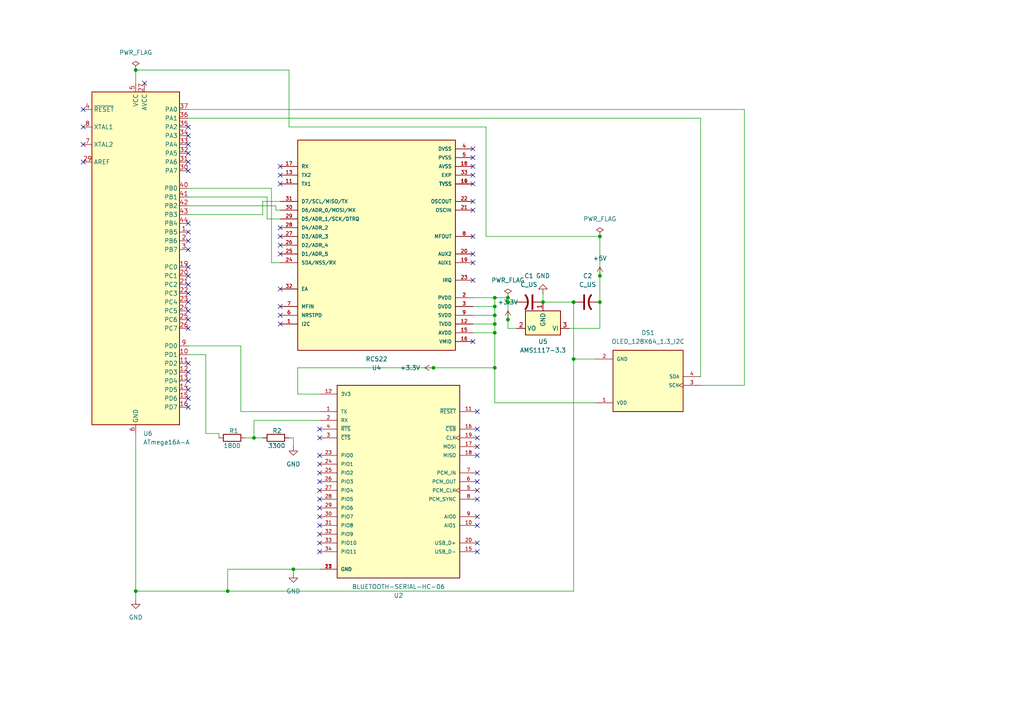
<source format=kicad_sch>
(kicad_sch
	(version 20250114)
	(generator "eeschema")
	(generator_version "9.0")
	(uuid "66ccba2e-d52d-4112-b1b7-5fae9c8356ae")
	(paper "A4")
	(lib_symbols
		(symbol "BLUETOOTH-SERIAL-HC-06:BLUETOOTH-SERIAL-HC-06"
			(pin_names
				(offset 1.016)
			)
			(exclude_from_sim no)
			(in_bom yes)
			(on_board yes)
			(property "Reference" "U"
				(at -17.78 29.21 0)
				(effects
					(font
						(size 1.27 1.27)
					)
					(justify left bottom)
				)
			)
			(property "Value" "BLUETOOTH-SERIAL-HC-06"
				(at -17.78 -29.21 0)
				(effects
					(font
						(size 1.27 1.27)
					)
					(justify left top)
				)
			)
			(property "Footprint" "BLUETOOTH-SERIAL-HC-06:XCVR_BLUETOOTH-SERIAL-HC-06"
				(at 0 0 0)
				(effects
					(font
						(size 1.27 1.27)
					)
					(justify bottom)
					(hide yes)
				)
			)
			(property "Datasheet" ""
				(at 0 0 0)
				(effects
					(font
						(size 1.27 1.27)
					)
					(hide yes)
				)
			)
			(property "Description" ""
				(at 0 0 0)
				(effects
					(font
						(size 1.27 1.27)
					)
					(hide yes)
				)
			)
			(property "MF" "Olimex"
				(at 0 0 0)
				(effects
					(font
						(size 1.27 1.27)
					)
					(justify bottom)
					(hide yes)
				)
			)
			(property "MAXIMUM_PACKAGE_HEIGHT" "2.0mm"
				(at 0 0 0)
				(effects
					(font
						(size 1.27 1.27)
					)
					(justify bottom)
					(hide yes)
				)
			)
			(property "Package" "None"
				(at 0 0 0)
				(effects
					(font
						(size 1.27 1.27)
					)
					(justify bottom)
					(hide yes)
				)
			)
			(property "Price" "None"
				(at 0 0 0)
				(effects
					(font
						(size 1.27 1.27)
					)
					(justify bottom)
					(hide yes)
				)
			)
			(property "Check_prices" "https://www.snapeda.com/parts/BLUETOOTH-SERIAL-HC-06/Olimex/view-part/?ref=eda"
				(at 0 0 0)
				(effects
					(font
						(size 1.27 1.27)
					)
					(justify bottom)
					(hide yes)
				)
			)
			(property "STANDARD" "Manufacturer Recommendations"
				(at 0 0 0)
				(effects
					(font
						(size 1.27 1.27)
					)
					(justify bottom)
					(hide yes)
				)
			)
			(property "PARTREV" "2.2"
				(at 0 0 0)
				(effects
					(font
						(size 1.27 1.27)
					)
					(justify bottom)
					(hide yes)
				)
			)
			(property "SnapEDA_Link" "https://www.snapeda.com/parts/BLUETOOTH-SERIAL-HC-06/Olimex/view-part/?ref=snap"
				(at 0 0 0)
				(effects
					(font
						(size 1.27 1.27)
					)
					(justify bottom)
					(hide yes)
				)
			)
			(property "MP" "BLUETOOTH-SERIAL-HC-06"
				(at 0 0 0)
				(effects
					(font
						(size 1.27 1.27)
					)
					(justify bottom)
					(hide yes)
				)
			)
			(property "Description_1" "Bluetooth Modules (802.15.1) BLUETOOTH-SERIAL-HC-06"
				(at 0 0 0)
				(effects
					(font
						(size 1.27 1.27)
					)
					(justify bottom)
					(hide yes)
				)
			)
			(property "Availability" "In Stock"
				(at 0 0 0)
				(effects
					(font
						(size 1.27 1.27)
					)
					(justify bottom)
					(hide yes)
				)
			)
			(property "MANUFACTURER" "Olimex"
				(at 0 0 0)
				(effects
					(font
						(size 1.27 1.27)
					)
					(justify bottom)
					(hide yes)
				)
			)
			(symbol "BLUETOOTH-SERIAL-HC-06_0_0"
				(rectangle
					(start -17.78 -27.94)
					(end 17.78 27.94)
					(stroke
						(width 0.254)
						(type default)
					)
					(fill
						(type background)
					)
				)
				(pin input line
					(at -22.86 20.32 0)
					(length 5.08)
					(name "~{RESET}"
						(effects
							(font
								(size 1.016 1.016)
							)
						)
					)
					(number "11"
						(effects
							(font
								(size 1.016 1.016)
							)
						)
					)
				)
				(pin input line
					(at -22.86 15.24 0)
					(length 5.08)
					(name "~{CSB}"
						(effects
							(font
								(size 1.016 1.016)
							)
						)
					)
					(number "16"
						(effects
							(font
								(size 1.016 1.016)
							)
						)
					)
				)
				(pin input clock
					(at -22.86 12.7 0)
					(length 5.08)
					(name "CLK"
						(effects
							(font
								(size 1.016 1.016)
							)
						)
					)
					(number "19"
						(effects
							(font
								(size 1.016 1.016)
							)
						)
					)
				)
				(pin input line
					(at -22.86 10.16 0)
					(length 5.08)
					(name "MOSI"
						(effects
							(font
								(size 1.016 1.016)
							)
						)
					)
					(number "17"
						(effects
							(font
								(size 1.016 1.016)
							)
						)
					)
				)
				(pin output line
					(at -22.86 7.62 0)
					(length 5.08)
					(name "MISO"
						(effects
							(font
								(size 1.016 1.016)
							)
						)
					)
					(number "18"
						(effects
							(font
								(size 1.016 1.016)
							)
						)
					)
				)
				(pin input line
					(at -22.86 2.54 0)
					(length 5.08)
					(name "PCM_IN"
						(effects
							(font
								(size 1.016 1.016)
							)
						)
					)
					(number "7"
						(effects
							(font
								(size 1.016 1.016)
							)
						)
					)
				)
				(pin output line
					(at -22.86 0 0)
					(length 5.08)
					(name "PCM_OUT"
						(effects
							(font
								(size 1.016 1.016)
							)
						)
					)
					(number "6"
						(effects
							(font
								(size 1.016 1.016)
							)
						)
					)
				)
				(pin bidirectional clock
					(at -22.86 -2.54 0)
					(length 5.08)
					(name "PCM_CLK"
						(effects
							(font
								(size 1.016 1.016)
							)
						)
					)
					(number "5"
						(effects
							(font
								(size 1.016 1.016)
							)
						)
					)
				)
				(pin bidirectional line
					(at -22.86 -5.08 0)
					(length 5.08)
					(name "PCM_SYNC"
						(effects
							(font
								(size 1.016 1.016)
							)
						)
					)
					(number "8"
						(effects
							(font
								(size 1.016 1.016)
							)
						)
					)
				)
				(pin bidirectional line
					(at -22.86 -10.16 0)
					(length 5.08)
					(name "AIO0"
						(effects
							(font
								(size 1.016 1.016)
							)
						)
					)
					(number "9"
						(effects
							(font
								(size 1.016 1.016)
							)
						)
					)
				)
				(pin bidirectional line
					(at -22.86 -12.7 0)
					(length 5.08)
					(name "AIO1"
						(effects
							(font
								(size 1.016 1.016)
							)
						)
					)
					(number "10"
						(effects
							(font
								(size 1.016 1.016)
							)
						)
					)
				)
				(pin bidirectional line
					(at -22.86 -17.78 0)
					(length 5.08)
					(name "USB_D+"
						(effects
							(font
								(size 1.016 1.016)
							)
						)
					)
					(number "20"
						(effects
							(font
								(size 1.016 1.016)
							)
						)
					)
				)
				(pin bidirectional line
					(at -22.86 -20.32 0)
					(length 5.08)
					(name "USB_D-"
						(effects
							(font
								(size 1.016 1.016)
							)
						)
					)
					(number "15"
						(effects
							(font
								(size 1.016 1.016)
							)
						)
					)
				)
				(pin power_in line
					(at 22.86 25.4 180)
					(length 5.08)
					(name "3V3"
						(effects
							(font
								(size 1.016 1.016)
							)
						)
					)
					(number "12"
						(effects
							(font
								(size 1.016 1.016)
							)
						)
					)
				)
				(pin output line
					(at 22.86 20.32 180)
					(length 5.08)
					(name "TX"
						(effects
							(font
								(size 1.016 1.016)
							)
						)
					)
					(number "1"
						(effects
							(font
								(size 1.016 1.016)
							)
						)
					)
				)
				(pin input line
					(at 22.86 17.78 180)
					(length 5.08)
					(name "RX"
						(effects
							(font
								(size 1.016 1.016)
							)
						)
					)
					(number "2"
						(effects
							(font
								(size 1.016 1.016)
							)
						)
					)
				)
				(pin output line
					(at 22.86 15.24 180)
					(length 5.08)
					(name "~{RTS}"
						(effects
							(font
								(size 1.016 1.016)
							)
						)
					)
					(number "4"
						(effects
							(font
								(size 1.016 1.016)
							)
						)
					)
				)
				(pin input line
					(at 22.86 12.7 180)
					(length 5.08)
					(name "~{CTS}"
						(effects
							(font
								(size 1.016 1.016)
							)
						)
					)
					(number "3"
						(effects
							(font
								(size 1.016 1.016)
							)
						)
					)
				)
				(pin bidirectional line
					(at 22.86 7.62 180)
					(length 5.08)
					(name "PIO0"
						(effects
							(font
								(size 1.016 1.016)
							)
						)
					)
					(number "23"
						(effects
							(font
								(size 1.016 1.016)
							)
						)
					)
				)
				(pin bidirectional line
					(at 22.86 5.08 180)
					(length 5.08)
					(name "PIO1"
						(effects
							(font
								(size 1.016 1.016)
							)
						)
					)
					(number "24"
						(effects
							(font
								(size 1.016 1.016)
							)
						)
					)
				)
				(pin bidirectional line
					(at 22.86 2.54 180)
					(length 5.08)
					(name "PIO2"
						(effects
							(font
								(size 1.016 1.016)
							)
						)
					)
					(number "25"
						(effects
							(font
								(size 1.016 1.016)
							)
						)
					)
				)
				(pin bidirectional line
					(at 22.86 0 180)
					(length 5.08)
					(name "PIO3"
						(effects
							(font
								(size 1.016 1.016)
							)
						)
					)
					(number "26"
						(effects
							(font
								(size 1.016 1.016)
							)
						)
					)
				)
				(pin bidirectional line
					(at 22.86 -2.54 180)
					(length 5.08)
					(name "PIO4"
						(effects
							(font
								(size 1.016 1.016)
							)
						)
					)
					(number "27"
						(effects
							(font
								(size 1.016 1.016)
							)
						)
					)
				)
				(pin bidirectional line
					(at 22.86 -5.08 180)
					(length 5.08)
					(name "PIO5"
						(effects
							(font
								(size 1.016 1.016)
							)
						)
					)
					(number "28"
						(effects
							(font
								(size 1.016 1.016)
							)
						)
					)
				)
				(pin bidirectional line
					(at 22.86 -7.62 180)
					(length 5.08)
					(name "PIO6"
						(effects
							(font
								(size 1.016 1.016)
							)
						)
					)
					(number "29"
						(effects
							(font
								(size 1.016 1.016)
							)
						)
					)
				)
				(pin bidirectional line
					(at 22.86 -10.16 180)
					(length 5.08)
					(name "PIO7"
						(effects
							(font
								(size 1.016 1.016)
							)
						)
					)
					(number "30"
						(effects
							(font
								(size 1.016 1.016)
							)
						)
					)
				)
				(pin bidirectional line
					(at 22.86 -12.7 180)
					(length 5.08)
					(name "PIO8"
						(effects
							(font
								(size 1.016 1.016)
							)
						)
					)
					(number "31"
						(effects
							(font
								(size 1.016 1.016)
							)
						)
					)
				)
				(pin bidirectional line
					(at 22.86 -15.24 180)
					(length 5.08)
					(name "PIO9"
						(effects
							(font
								(size 1.016 1.016)
							)
						)
					)
					(number "32"
						(effects
							(font
								(size 1.016 1.016)
							)
						)
					)
				)
				(pin bidirectional line
					(at 22.86 -17.78 180)
					(length 5.08)
					(name "PIO10"
						(effects
							(font
								(size 1.016 1.016)
							)
						)
					)
					(number "33"
						(effects
							(font
								(size 1.016 1.016)
							)
						)
					)
				)
				(pin bidirectional line
					(at 22.86 -20.32 180)
					(length 5.08)
					(name "PIO11"
						(effects
							(font
								(size 1.016 1.016)
							)
						)
					)
					(number "34"
						(effects
							(font
								(size 1.016 1.016)
							)
						)
					)
				)
				(pin power_in line
					(at 22.86 -25.4 180)
					(length 5.08)
					(name "GND"
						(effects
							(font
								(size 1.016 1.016)
							)
						)
					)
					(number "13"
						(effects
							(font
								(size 1.016 1.016)
							)
						)
					)
				)
				(pin power_in line
					(at 22.86 -25.4 180)
					(length 5.08)
					(name "GND"
						(effects
							(font
								(size 1.016 1.016)
							)
						)
					)
					(number "21"
						(effects
							(font
								(size 1.016 1.016)
							)
						)
					)
				)
				(pin power_in line
					(at 22.86 -25.4 180)
					(length 5.08)
					(name "GND"
						(effects
							(font
								(size 1.016 1.016)
							)
						)
					)
					(number "22"
						(effects
							(font
								(size 1.016 1.016)
							)
						)
					)
				)
			)
			(embedded_fonts no)
		)
		(symbol "Device:C_US"
			(pin_numbers
				(hide yes)
			)
			(pin_names
				(offset 0.254)
				(hide yes)
			)
			(exclude_from_sim no)
			(in_bom yes)
			(on_board yes)
			(property "Reference" "C"
				(at 0.635 2.54 0)
				(effects
					(font
						(size 1.27 1.27)
					)
					(justify left)
				)
			)
			(property "Value" "C_US"
				(at 0.635 -2.54 0)
				(effects
					(font
						(size 1.27 1.27)
					)
					(justify left)
				)
			)
			(property "Footprint" ""
				(at 0 0 0)
				(effects
					(font
						(size 1.27 1.27)
					)
					(hide yes)
				)
			)
			(property "Datasheet" ""
				(at 0 0 0)
				(effects
					(font
						(size 1.27 1.27)
					)
					(hide yes)
				)
			)
			(property "Description" "capacitor, US symbol"
				(at 0 0 0)
				(effects
					(font
						(size 1.27 1.27)
					)
					(hide yes)
				)
			)
			(property "ki_keywords" "cap capacitor"
				(at 0 0 0)
				(effects
					(font
						(size 1.27 1.27)
					)
					(hide yes)
				)
			)
			(property "ki_fp_filters" "C_*"
				(at 0 0 0)
				(effects
					(font
						(size 1.27 1.27)
					)
					(hide yes)
				)
			)
			(symbol "C_US_0_1"
				(polyline
					(pts
						(xy -2.032 0.762) (xy 2.032 0.762)
					)
					(stroke
						(width 0.508)
						(type default)
					)
					(fill
						(type none)
					)
				)
				(arc
					(start -2.032 -1.27)
					(mid 0 -0.5572)
					(end 2.032 -1.27)
					(stroke
						(width 0.508)
						(type default)
					)
					(fill
						(type none)
					)
				)
			)
			(symbol "C_US_1_1"
				(pin passive line
					(at 0 3.81 270)
					(length 2.794)
					(name "~"
						(effects
							(font
								(size 1.27 1.27)
							)
						)
					)
					(number "1"
						(effects
							(font
								(size 1.27 1.27)
							)
						)
					)
				)
				(pin passive line
					(at 0 -3.81 90)
					(length 3.302)
					(name "~"
						(effects
							(font
								(size 1.27 1.27)
							)
						)
					)
					(number "2"
						(effects
							(font
								(size 1.27 1.27)
							)
						)
					)
				)
			)
			(embedded_fonts no)
		)
		(symbol "Device:R"
			(pin_numbers
				(hide yes)
			)
			(pin_names
				(offset 0)
			)
			(exclude_from_sim no)
			(in_bom yes)
			(on_board yes)
			(property "Reference" "R"
				(at 2.032 0 90)
				(effects
					(font
						(size 1.27 1.27)
					)
				)
			)
			(property "Value" "R"
				(at 0 0 90)
				(effects
					(font
						(size 1.27 1.27)
					)
				)
			)
			(property "Footprint" ""
				(at -1.778 0 90)
				(effects
					(font
						(size 1.27 1.27)
					)
					(hide yes)
				)
			)
			(property "Datasheet" "~"
				(at 0 0 0)
				(effects
					(font
						(size 1.27 1.27)
					)
					(hide yes)
				)
			)
			(property "Description" "Resistor"
				(at 0 0 0)
				(effects
					(font
						(size 1.27 1.27)
					)
					(hide yes)
				)
			)
			(property "ki_keywords" "R res resistor"
				(at 0 0 0)
				(effects
					(font
						(size 1.27 1.27)
					)
					(hide yes)
				)
			)
			(property "ki_fp_filters" "R_*"
				(at 0 0 0)
				(effects
					(font
						(size 1.27 1.27)
					)
					(hide yes)
				)
			)
			(symbol "R_0_1"
				(rectangle
					(start -1.016 -2.54)
					(end 1.016 2.54)
					(stroke
						(width 0.254)
						(type default)
					)
					(fill
						(type none)
					)
				)
			)
			(symbol "R_1_1"
				(pin passive line
					(at 0 3.81 270)
					(length 1.27)
					(name "~"
						(effects
							(font
								(size 1.27 1.27)
							)
						)
					)
					(number "1"
						(effects
							(font
								(size 1.27 1.27)
							)
						)
					)
				)
				(pin passive line
					(at 0 -3.81 90)
					(length 1.27)
					(name "~"
						(effects
							(font
								(size 1.27 1.27)
							)
						)
					)
					(number "2"
						(effects
							(font
								(size 1.27 1.27)
							)
						)
					)
				)
			)
			(embedded_fonts no)
		)
		(symbol "MCU_Microchip_ATmega:ATmega16A-A"
			(exclude_from_sim no)
			(in_bom yes)
			(on_board yes)
			(property "Reference" "U"
				(at -12.7 49.53 0)
				(effects
					(font
						(size 1.27 1.27)
					)
					(justify left bottom)
				)
			)
			(property "Value" "ATmega16A-A"
				(at 2.54 -49.53 0)
				(effects
					(font
						(size 1.27 1.27)
					)
					(justify left top)
				)
			)
			(property "Footprint" "Package_QFP:TQFP-44_10x10mm_P0.8mm"
				(at 0 0 0)
				(effects
					(font
						(size 1.27 1.27)
						(italic yes)
					)
					(hide yes)
				)
			)
			(property "Datasheet" "http://ww1.microchip.com/downloads/en/DeviceDoc/Atmel-8154-8-bit-AVR-ATmega16A_Datasheet.pdf"
				(at 0 0 0)
				(effects
					(font
						(size 1.27 1.27)
					)
					(hide yes)
				)
			)
			(property "Description" "16MHz, 16kB Flash, 1kB SRAM, 512B EEPROM, JTAG, TQFP-44"
				(at 0 0 0)
				(effects
					(font
						(size 1.27 1.27)
					)
					(hide yes)
				)
			)
			(property "ki_keywords" "AVR 8bit Microcontroller MegaAVR"
				(at 0 0 0)
				(effects
					(font
						(size 1.27 1.27)
					)
					(hide yes)
				)
			)
			(property "ki_fp_filters" "TQFP*10x10mm*P0.8mm*"
				(at 0 0 0)
				(effects
					(font
						(size 1.27 1.27)
					)
					(hide yes)
				)
			)
			(symbol "ATmega16A-A_0_1"
				(rectangle
					(start -12.7 -48.26)
					(end 12.7 48.26)
					(stroke
						(width 0.254)
						(type default)
					)
					(fill
						(type background)
					)
				)
			)
			(symbol "ATmega16A-A_1_1"
				(pin input line
					(at -15.24 43.18 0)
					(length 2.54)
					(name "~{RESET}"
						(effects
							(font
								(size 1.27 1.27)
							)
						)
					)
					(number "4"
						(effects
							(font
								(size 1.27 1.27)
							)
						)
					)
				)
				(pin input line
					(at -15.24 38.1 0)
					(length 2.54)
					(name "XTAL1"
						(effects
							(font
								(size 1.27 1.27)
							)
						)
					)
					(number "8"
						(effects
							(font
								(size 1.27 1.27)
							)
						)
					)
				)
				(pin output line
					(at -15.24 33.02 0)
					(length 2.54)
					(name "XTAL2"
						(effects
							(font
								(size 1.27 1.27)
							)
						)
					)
					(number "7"
						(effects
							(font
								(size 1.27 1.27)
							)
						)
					)
				)
				(pin passive line
					(at -15.24 27.94 0)
					(length 2.54)
					(name "AREF"
						(effects
							(font
								(size 1.27 1.27)
							)
						)
					)
					(number "29"
						(effects
							(font
								(size 1.27 1.27)
							)
						)
					)
				)
				(pin passive line
					(at 0 50.8 270)
					(length 2.54)
					(hide yes)
					(name "VCC"
						(effects
							(font
								(size 1.27 1.27)
							)
						)
					)
					(number "17"
						(effects
							(font
								(size 1.27 1.27)
							)
						)
					)
				)
				(pin passive line
					(at 0 50.8 270)
					(length 2.54)
					(hide yes)
					(name "VCC"
						(effects
							(font
								(size 1.27 1.27)
							)
						)
					)
					(number "38"
						(effects
							(font
								(size 1.27 1.27)
							)
						)
					)
				)
				(pin power_in line
					(at 0 50.8 270)
					(length 2.54)
					(name "VCC"
						(effects
							(font
								(size 1.27 1.27)
							)
						)
					)
					(number "5"
						(effects
							(font
								(size 1.27 1.27)
							)
						)
					)
				)
				(pin passive line
					(at 0 -50.8 90)
					(length 2.54)
					(hide yes)
					(name "GND"
						(effects
							(font
								(size 1.27 1.27)
							)
						)
					)
					(number "18"
						(effects
							(font
								(size 1.27 1.27)
							)
						)
					)
				)
				(pin passive line
					(at 0 -50.8 90)
					(length 2.54)
					(hide yes)
					(name "GND"
						(effects
							(font
								(size 1.27 1.27)
							)
						)
					)
					(number "28"
						(effects
							(font
								(size 1.27 1.27)
							)
						)
					)
				)
				(pin passive line
					(at 0 -50.8 90)
					(length 2.54)
					(hide yes)
					(name "GND"
						(effects
							(font
								(size 1.27 1.27)
							)
						)
					)
					(number "39"
						(effects
							(font
								(size 1.27 1.27)
							)
						)
					)
				)
				(pin power_in line
					(at 0 -50.8 90)
					(length 2.54)
					(name "GND"
						(effects
							(font
								(size 1.27 1.27)
							)
						)
					)
					(number "6"
						(effects
							(font
								(size 1.27 1.27)
							)
						)
					)
				)
				(pin power_in line
					(at 2.54 50.8 270)
					(length 2.54)
					(name "AVCC"
						(effects
							(font
								(size 1.27 1.27)
							)
						)
					)
					(number "27"
						(effects
							(font
								(size 1.27 1.27)
							)
						)
					)
				)
				(pin bidirectional line
					(at 15.24 43.18 180)
					(length 2.54)
					(name "PA0"
						(effects
							(font
								(size 1.27 1.27)
							)
						)
					)
					(number "37"
						(effects
							(font
								(size 1.27 1.27)
							)
						)
					)
				)
				(pin bidirectional line
					(at 15.24 40.64 180)
					(length 2.54)
					(name "PA1"
						(effects
							(font
								(size 1.27 1.27)
							)
						)
					)
					(number "36"
						(effects
							(font
								(size 1.27 1.27)
							)
						)
					)
				)
				(pin bidirectional line
					(at 15.24 38.1 180)
					(length 2.54)
					(name "PA2"
						(effects
							(font
								(size 1.27 1.27)
							)
						)
					)
					(number "35"
						(effects
							(font
								(size 1.27 1.27)
							)
						)
					)
				)
				(pin bidirectional line
					(at 15.24 35.56 180)
					(length 2.54)
					(name "PA3"
						(effects
							(font
								(size 1.27 1.27)
							)
						)
					)
					(number "34"
						(effects
							(font
								(size 1.27 1.27)
							)
						)
					)
				)
				(pin bidirectional line
					(at 15.24 33.02 180)
					(length 2.54)
					(name "PA4"
						(effects
							(font
								(size 1.27 1.27)
							)
						)
					)
					(number "33"
						(effects
							(font
								(size 1.27 1.27)
							)
						)
					)
				)
				(pin bidirectional line
					(at 15.24 30.48 180)
					(length 2.54)
					(name "PA5"
						(effects
							(font
								(size 1.27 1.27)
							)
						)
					)
					(number "32"
						(effects
							(font
								(size 1.27 1.27)
							)
						)
					)
				)
				(pin bidirectional line
					(at 15.24 27.94 180)
					(length 2.54)
					(name "PA6"
						(effects
							(font
								(size 1.27 1.27)
							)
						)
					)
					(number "31"
						(effects
							(font
								(size 1.27 1.27)
							)
						)
					)
				)
				(pin bidirectional line
					(at 15.24 25.4 180)
					(length 2.54)
					(name "PA7"
						(effects
							(font
								(size 1.27 1.27)
							)
						)
					)
					(number "30"
						(effects
							(font
								(size 1.27 1.27)
							)
						)
					)
				)
				(pin bidirectional line
					(at 15.24 20.32 180)
					(length 2.54)
					(name "PB0"
						(effects
							(font
								(size 1.27 1.27)
							)
						)
					)
					(number "40"
						(effects
							(font
								(size 1.27 1.27)
							)
						)
					)
				)
				(pin bidirectional line
					(at 15.24 17.78 180)
					(length 2.54)
					(name "PB1"
						(effects
							(font
								(size 1.27 1.27)
							)
						)
					)
					(number "41"
						(effects
							(font
								(size 1.27 1.27)
							)
						)
					)
				)
				(pin bidirectional line
					(at 15.24 15.24 180)
					(length 2.54)
					(name "PB2"
						(effects
							(font
								(size 1.27 1.27)
							)
						)
					)
					(number "42"
						(effects
							(font
								(size 1.27 1.27)
							)
						)
					)
				)
				(pin bidirectional line
					(at 15.24 12.7 180)
					(length 2.54)
					(name "PB3"
						(effects
							(font
								(size 1.27 1.27)
							)
						)
					)
					(number "43"
						(effects
							(font
								(size 1.27 1.27)
							)
						)
					)
				)
				(pin bidirectional line
					(at 15.24 10.16 180)
					(length 2.54)
					(name "PB4"
						(effects
							(font
								(size 1.27 1.27)
							)
						)
					)
					(number "44"
						(effects
							(font
								(size 1.27 1.27)
							)
						)
					)
				)
				(pin bidirectional line
					(at 15.24 7.62 180)
					(length 2.54)
					(name "PB5"
						(effects
							(font
								(size 1.27 1.27)
							)
						)
					)
					(number "1"
						(effects
							(font
								(size 1.27 1.27)
							)
						)
					)
				)
				(pin bidirectional line
					(at 15.24 5.08 180)
					(length 2.54)
					(name "PB6"
						(effects
							(font
								(size 1.27 1.27)
							)
						)
					)
					(number "2"
						(effects
							(font
								(size 1.27 1.27)
							)
						)
					)
				)
				(pin bidirectional line
					(at 15.24 2.54 180)
					(length 2.54)
					(name "PB7"
						(effects
							(font
								(size 1.27 1.27)
							)
						)
					)
					(number "3"
						(effects
							(font
								(size 1.27 1.27)
							)
						)
					)
				)
				(pin bidirectional line
					(at 15.24 -2.54 180)
					(length 2.54)
					(name "PC0"
						(effects
							(font
								(size 1.27 1.27)
							)
						)
					)
					(number "19"
						(effects
							(font
								(size 1.27 1.27)
							)
						)
					)
				)
				(pin bidirectional line
					(at 15.24 -5.08 180)
					(length 2.54)
					(name "PC1"
						(effects
							(font
								(size 1.27 1.27)
							)
						)
					)
					(number "20"
						(effects
							(font
								(size 1.27 1.27)
							)
						)
					)
				)
				(pin bidirectional line
					(at 15.24 -7.62 180)
					(length 2.54)
					(name "PC2"
						(effects
							(font
								(size 1.27 1.27)
							)
						)
					)
					(number "21"
						(effects
							(font
								(size 1.27 1.27)
							)
						)
					)
				)
				(pin bidirectional line
					(at 15.24 -10.16 180)
					(length 2.54)
					(name "PC3"
						(effects
							(font
								(size 1.27 1.27)
							)
						)
					)
					(number "22"
						(effects
							(font
								(size 1.27 1.27)
							)
						)
					)
				)
				(pin bidirectional line
					(at 15.24 -12.7 180)
					(length 2.54)
					(name "PC4"
						(effects
							(font
								(size 1.27 1.27)
							)
						)
					)
					(number "23"
						(effects
							(font
								(size 1.27 1.27)
							)
						)
					)
				)
				(pin bidirectional line
					(at 15.24 -15.24 180)
					(length 2.54)
					(name "PC5"
						(effects
							(font
								(size 1.27 1.27)
							)
						)
					)
					(number "24"
						(effects
							(font
								(size 1.27 1.27)
							)
						)
					)
				)
				(pin bidirectional line
					(at 15.24 -17.78 180)
					(length 2.54)
					(name "PC6"
						(effects
							(font
								(size 1.27 1.27)
							)
						)
					)
					(number "25"
						(effects
							(font
								(size 1.27 1.27)
							)
						)
					)
				)
				(pin bidirectional line
					(at 15.24 -20.32 180)
					(length 2.54)
					(name "PC7"
						(effects
							(font
								(size 1.27 1.27)
							)
						)
					)
					(number "26"
						(effects
							(font
								(size 1.27 1.27)
							)
						)
					)
				)
				(pin bidirectional line
					(at 15.24 -25.4 180)
					(length 2.54)
					(name "PD0"
						(effects
							(font
								(size 1.27 1.27)
							)
						)
					)
					(number "9"
						(effects
							(font
								(size 1.27 1.27)
							)
						)
					)
				)
				(pin bidirectional line
					(at 15.24 -27.94 180)
					(length 2.54)
					(name "PD1"
						(effects
							(font
								(size 1.27 1.27)
							)
						)
					)
					(number "10"
						(effects
							(font
								(size 1.27 1.27)
							)
						)
					)
				)
				(pin bidirectional line
					(at 15.24 -30.48 180)
					(length 2.54)
					(name "PD2"
						(effects
							(font
								(size 1.27 1.27)
							)
						)
					)
					(number "11"
						(effects
							(font
								(size 1.27 1.27)
							)
						)
					)
				)
				(pin bidirectional line
					(at 15.24 -33.02 180)
					(length 2.54)
					(name "PD3"
						(effects
							(font
								(size 1.27 1.27)
							)
						)
					)
					(number "12"
						(effects
							(font
								(size 1.27 1.27)
							)
						)
					)
				)
				(pin bidirectional line
					(at 15.24 -35.56 180)
					(length 2.54)
					(name "PD4"
						(effects
							(font
								(size 1.27 1.27)
							)
						)
					)
					(number "13"
						(effects
							(font
								(size 1.27 1.27)
							)
						)
					)
				)
				(pin bidirectional line
					(at 15.24 -38.1 180)
					(length 2.54)
					(name "PD5"
						(effects
							(font
								(size 1.27 1.27)
							)
						)
					)
					(number "14"
						(effects
							(font
								(size 1.27 1.27)
							)
						)
					)
				)
				(pin bidirectional line
					(at 15.24 -40.64 180)
					(length 2.54)
					(name "PD6"
						(effects
							(font
								(size 1.27 1.27)
							)
						)
					)
					(number "15"
						(effects
							(font
								(size 1.27 1.27)
							)
						)
					)
				)
				(pin bidirectional line
					(at 15.24 -43.18 180)
					(length 2.54)
					(name "PD7"
						(effects
							(font
								(size 1.27 1.27)
							)
						)
					)
					(number "16"
						(effects
							(font
								(size 1.27 1.27)
							)
						)
					)
				)
			)
			(embedded_fonts no)
		)
		(symbol "OLED_128X64_1.3_I2C:OLED_128X64_1.3_I2C"
			(pin_names
				(offset 1.016)
			)
			(exclude_from_sim no)
			(in_bom yes)
			(on_board yes)
			(property "Reference" "DS"
				(at -10.16 10.922 0)
				(effects
					(font
						(size 1.27 1.27)
					)
					(justify left bottom)
				)
			)
			(property "Value" "OLED_128X64_1.3_I2C"
				(at -10.16 -10.16 0)
				(effects
					(font
						(size 1.27 1.27)
					)
					(justify left bottom)
				)
			)
			(property "Footprint" "OLED_128X64_1.3_I2C:LCD_OLED_128X64_1.3_I2C"
				(at 0 0 0)
				(effects
					(font
						(size 1.27 1.27)
					)
					(justify bottom)
					(hide yes)
				)
			)
			(property "Datasheet" ""
				(at 0 0 0)
				(effects
					(font
						(size 1.27 1.27)
					)
					(hide yes)
				)
			)
			(property "Description" ""
				(at 0 0 0)
				(effects
					(font
						(size 1.27 1.27)
					)
					(hide yes)
				)
			)
			(property "MF" "UNIVERSAL-SOLDER Electronics Ltd"
				(at 0 0 0)
				(effects
					(font
						(size 1.27 1.27)
					)
					(justify bottom)
					(hide yes)
				)
			)
			(property "Description_1" "Non-Touch Graphic LCD Display Module Transmissive White OLED, Monochrome I2C 1.3 (33.02mm) 128 x 64"
				(at 0 0 0)
				(effects
					(font
						(size 1.27 1.27)
					)
					(justify bottom)
					(hide yes)
				)
			)
			(property "Package" "None"
				(at 0 0 0)
				(effects
					(font
						(size 1.27 1.27)
					)
					(justify bottom)
					(hide yes)
				)
			)
			(property "Price" "None"
				(at 0 0 0)
				(effects
					(font
						(size 1.27 1.27)
					)
					(justify bottom)
					(hide yes)
				)
			)
			(property "Check_prices" "https://www.snapeda.com/parts/OLED%20128x64%201.3%22%20I2C/UNIVERSAL-SOLDER+Electronics+Ltd/view-part/?ref=eda"
				(at 0 0 0)
				(effects
					(font
						(size 1.27 1.27)
					)
					(justify bottom)
					(hide yes)
				)
			)
			(property "STANDARD" "Manufacturer Recommendations"
				(at 0 0 0)
				(effects
					(font
						(size 1.27 1.27)
					)
					(justify bottom)
					(hide yes)
				)
			)
			(property "PARTREV" "NA"
				(at 0 0 0)
				(effects
					(font
						(size 1.27 1.27)
					)
					(justify bottom)
					(hide yes)
				)
			)
			(property "SnapEDA_Link" "https://www.snapeda.com/parts/OLED%20128x64%201.3%22%20I2C/UNIVERSAL-SOLDER+Electronics+Ltd/view-part/?ref=snap"
				(at 0 0 0)
				(effects
					(font
						(size 1.27 1.27)
					)
					(justify bottom)
					(hide yes)
				)
			)
			(property "MP" "OLED 128x64 1.3&quot; I2C"
				(at 0 0 0)
				(effects
					(font
						(size 1.27 1.27)
					)
					(justify bottom)
					(hide yes)
				)
			)
			(property "Availability" "Not in stock"
				(at 0 0 0)
				(effects
					(font
						(size 1.27 1.27)
					)
					(justify bottom)
					(hide yes)
				)
			)
			(property "MANUFACTURER" "UNIVERSAL-SOLDER Electronics Ltd"
				(at 0 0 0)
				(effects
					(font
						(size 1.27 1.27)
					)
					(justify bottom)
					(hide yes)
				)
			)
			(symbol "OLED_128X64_1.3_I2C_0_0"
				(rectangle
					(start -10.16 -7.62)
					(end 10.16 10.16)
					(stroke
						(width 0.254)
						(type default)
					)
					(fill
						(type background)
					)
				)
				(pin input clock
					(at -15.24 2.54 0)
					(length 5.08)
					(name "SCK"
						(effects
							(font
								(size 1.016 1.016)
							)
						)
					)
					(number "3"
						(effects
							(font
								(size 1.016 1.016)
							)
						)
					)
				)
				(pin bidirectional line
					(at -15.24 0 0)
					(length 5.08)
					(name "SDA"
						(effects
							(font
								(size 1.016 1.016)
							)
						)
					)
					(number "4"
						(effects
							(font
								(size 1.016 1.016)
							)
						)
					)
				)
				(pin power_in line
					(at 15.24 7.62 180)
					(length 5.08)
					(name "VDD"
						(effects
							(font
								(size 1.016 1.016)
							)
						)
					)
					(number "1"
						(effects
							(font
								(size 1.016 1.016)
							)
						)
					)
				)
				(pin power_in line
					(at 15.24 -5.08 180)
					(length 5.08)
					(name "GND"
						(effects
							(font
								(size 1.016 1.016)
							)
						)
					)
					(number "2"
						(effects
							(font
								(size 1.016 1.016)
							)
						)
					)
				)
			)
			(embedded_fonts no)
		)
		(symbol "RC522:RC522"
			(pin_names
				(offset 1.016)
			)
			(exclude_from_sim no)
			(in_bom yes)
			(on_board yes)
			(property "Reference" "U"
				(at -22.8854 31.8008 0)
				(effects
					(font
						(size 1.27 1.27)
					)
					(justify left bottom)
				)
			)
			(property "Value" "RC522"
				(at -22.86 -33.02 0)
				(effects
					(font
						(size 1.27 1.27)
					)
					(justify left bottom)
				)
			)
			(property "Footprint" "QFN50P500X500X100-33N"
				(at 0 0 0)
				(effects
					(font
						(size 1.27 1.27)
					)
					(justify left bottom)
					(hide yes)
				)
			)
			(property "Datasheet" ""
				(at 0 0 0)
				(effects
					(font
						(size 1.27 1.27)
					)
					(justify left bottom)
					(hide yes)
				)
			)
			(property "Description" ""
				(at 0 0 0)
				(effects
					(font
						(size 1.27 1.27)
					)
					(hide yes)
				)
			)
			(property "MF" "NXP"
				(at 0 0 0)
				(effects
					(font
						(size 1.27 1.27)
					)
					(justify left bottom)
					(hide yes)
				)
			)
			(property "Description_1" "\\n                        \\n                            IC RFID READER 13.56MHZ 32HVQFN\\n                        \\n"
				(at 0 0 0)
				(effects
					(font
						(size 1.27 1.27)
					)
					(justify left bottom)
					(hide yes)
				)
			)
			(property "Package" "VFQFN-32 NXP Semiconductors"
				(at 0 0 0)
				(effects
					(font
						(size 1.27 1.27)
					)
					(justify left bottom)
					(hide yes)
				)
			)
			(property "Price" "None"
				(at 0 0 0)
				(effects
					(font
						(size 1.27 1.27)
					)
					(justify left bottom)
					(hide yes)
				)
			)
			(property "Check_prices" "https://www.snapeda.com/parts/RC522/NXP+Semiconductors/view-part/?ref=eda"
				(at 0 0 0)
				(effects
					(font
						(size 1.27 1.27)
					)
					(justify left bottom)
					(hide yes)
				)
			)
			(property "MAXIMUM_PACKAGE_HIEGHT" "1mm"
				(at 0 0 0)
				(effects
					(font
						(size 1.27 1.27)
					)
					(justify left bottom)
					(hide yes)
				)
			)
			(property "STANDARD" "IPC7351B"
				(at 0 0 0)
				(effects
					(font
						(size 1.27 1.27)
					)
					(justify left bottom)
					(hide yes)
				)
			)
			(property "PARTREV" "3.9"
				(at 0 0 0)
				(effects
					(font
						(size 1.27 1.27)
					)
					(justify left bottom)
					(hide yes)
				)
			)
			(property "SnapEDA_Link" "https://www.snapeda.com/parts/RC522/NXP+Semiconductors/view-part/?ref=snap"
				(at 0 0 0)
				(effects
					(font
						(size 1.27 1.27)
					)
					(justify left bottom)
					(hide yes)
				)
			)
			(property "MP" "RC522"
				(at 0 0 0)
				(effects
					(font
						(size 1.27 1.27)
					)
					(justify left bottom)
					(hide yes)
				)
			)
			(property "Availability" "In Stock"
				(at 0 0 0)
				(effects
					(font
						(size 1.27 1.27)
					)
					(justify left bottom)
					(hide yes)
				)
			)
			(property "MANUFACTURER" "NXP USA"
				(at 0 0 0)
				(effects
					(font
						(size 1.27 1.27)
					)
					(justify left bottom)
					(hide yes)
				)
			)
			(property "ki_locked" ""
				(at 0 0 0)
				(effects
					(font
						(size 1.27 1.27)
					)
				)
			)
			(symbol "RC522_0_0"
				(rectangle
					(start -22.86 -30.48)
					(end 22.86 30.48)
					(stroke
						(width 0.254)
						(type solid)
					)
					(fill
						(type background)
					)
				)
				(pin input line
					(at -27.94 22.86 0)
					(length 5.08)
					(name "I2C"
						(effects
							(font
								(size 1.016 1.016)
							)
						)
					)
					(number "1"
						(effects
							(font
								(size 1.016 1.016)
							)
						)
					)
				)
				(pin input line
					(at -27.94 20.32 0)
					(length 5.08)
					(name "NRSTPD"
						(effects
							(font
								(size 1.016 1.016)
							)
						)
					)
					(number "6"
						(effects
							(font
								(size 1.016 1.016)
							)
						)
					)
				)
				(pin input line
					(at -27.94 17.78 0)
					(length 5.08)
					(name "MFIN"
						(effects
							(font
								(size 1.016 1.016)
							)
						)
					)
					(number "7"
						(effects
							(font
								(size 1.016 1.016)
							)
						)
					)
				)
				(pin input line
					(at -27.94 12.7 0)
					(length 5.08)
					(name "EA"
						(effects
							(font
								(size 1.016 1.016)
							)
						)
					)
					(number "32"
						(effects
							(font
								(size 1.016 1.016)
							)
						)
					)
				)
				(pin bidirectional line
					(at -27.94 5.08 0)
					(length 5.08)
					(name "SDA/NSS/RX"
						(effects
							(font
								(size 1.016 1.016)
							)
						)
					)
					(number "24"
						(effects
							(font
								(size 1.016 1.016)
							)
						)
					)
				)
				(pin bidirectional line
					(at -27.94 2.54 0)
					(length 5.08)
					(name "D1/ADR_5"
						(effects
							(font
								(size 1.016 1.016)
							)
						)
					)
					(number "25"
						(effects
							(font
								(size 1.016 1.016)
							)
						)
					)
				)
				(pin bidirectional line
					(at -27.94 0 0)
					(length 5.08)
					(name "D2/ADR_4"
						(effects
							(font
								(size 1.016 1.016)
							)
						)
					)
					(number "26"
						(effects
							(font
								(size 1.016 1.016)
							)
						)
					)
				)
				(pin bidirectional line
					(at -27.94 -2.54 0)
					(length 5.08)
					(name "D3/ADR_3"
						(effects
							(font
								(size 1.016 1.016)
							)
						)
					)
					(number "27"
						(effects
							(font
								(size 1.016 1.016)
							)
						)
					)
				)
				(pin bidirectional line
					(at -27.94 -5.08 0)
					(length 5.08)
					(name "D4/ADR_2"
						(effects
							(font
								(size 1.016 1.016)
							)
						)
					)
					(number "28"
						(effects
							(font
								(size 1.016 1.016)
							)
						)
					)
				)
				(pin bidirectional line
					(at -27.94 -7.62 0)
					(length 5.08)
					(name "D5/ADR_1/SCK/DTRQ"
						(effects
							(font
								(size 1.016 1.016)
							)
						)
					)
					(number "29"
						(effects
							(font
								(size 1.016 1.016)
							)
						)
					)
				)
				(pin bidirectional line
					(at -27.94 -10.16 0)
					(length 5.08)
					(name "D6/ADR_0/MOSI/MX"
						(effects
							(font
								(size 1.016 1.016)
							)
						)
					)
					(number "30"
						(effects
							(font
								(size 1.016 1.016)
							)
						)
					)
				)
				(pin bidirectional line
					(at -27.94 -12.7 0)
					(length 5.08)
					(name "D7/SCL/MISO/TX"
						(effects
							(font
								(size 1.016 1.016)
							)
						)
					)
					(number "31"
						(effects
							(font
								(size 1.016 1.016)
							)
						)
					)
				)
				(pin output line
					(at -27.94 -17.78 0)
					(length 5.08)
					(name "TX1"
						(effects
							(font
								(size 1.016 1.016)
							)
						)
					)
					(number "11"
						(effects
							(font
								(size 1.016 1.016)
							)
						)
					)
				)
				(pin output line
					(at -27.94 -20.32 0)
					(length 5.08)
					(name "TX2"
						(effects
							(font
								(size 1.016 1.016)
							)
						)
					)
					(number "13"
						(effects
							(font
								(size 1.016 1.016)
							)
						)
					)
				)
				(pin input line
					(at -27.94 -22.86 0)
					(length 5.08)
					(name "RX"
						(effects
							(font
								(size 1.016 1.016)
							)
						)
					)
					(number "17"
						(effects
							(font
								(size 1.016 1.016)
							)
						)
					)
				)
				(pin power_in line
					(at 27.94 27.94 180)
					(length 5.08)
					(name "VMID"
						(effects
							(font
								(size 1.016 1.016)
							)
						)
					)
					(number "16"
						(effects
							(font
								(size 1.016 1.016)
							)
						)
					)
				)
				(pin power_in line
					(at 27.94 25.4 180)
					(length 5.08)
					(name "AVDD"
						(effects
							(font
								(size 1.016 1.016)
							)
						)
					)
					(number "15"
						(effects
							(font
								(size 1.016 1.016)
							)
						)
					)
				)
				(pin power_in line
					(at 27.94 22.86 180)
					(length 5.08)
					(name "TVDD"
						(effects
							(font
								(size 1.016 1.016)
							)
						)
					)
					(number "12"
						(effects
							(font
								(size 1.016 1.016)
							)
						)
					)
				)
				(pin power_in line
					(at 27.94 20.32 180)
					(length 5.08)
					(name "SVDD"
						(effects
							(font
								(size 1.016 1.016)
							)
						)
					)
					(number "9"
						(effects
							(font
								(size 1.016 1.016)
							)
						)
					)
				)
				(pin power_in line
					(at 27.94 17.78 180)
					(length 5.08)
					(name "DVDD"
						(effects
							(font
								(size 1.016 1.016)
							)
						)
					)
					(number "3"
						(effects
							(font
								(size 1.016 1.016)
							)
						)
					)
				)
				(pin power_in line
					(at 27.94 15.24 180)
					(length 5.08)
					(name "PVDD"
						(effects
							(font
								(size 1.016 1.016)
							)
						)
					)
					(number "2"
						(effects
							(font
								(size 1.016 1.016)
							)
						)
					)
				)
				(pin output line
					(at 27.94 10.16 180)
					(length 5.08)
					(name "IRQ"
						(effects
							(font
								(size 1.016 1.016)
							)
						)
					)
					(number "23"
						(effects
							(font
								(size 1.016 1.016)
							)
						)
					)
				)
				(pin output line
					(at 27.94 5.08 180)
					(length 5.08)
					(name "AUX1"
						(effects
							(font
								(size 1.016 1.016)
							)
						)
					)
					(number "19"
						(effects
							(font
								(size 1.016 1.016)
							)
						)
					)
				)
				(pin output line
					(at 27.94 2.54 180)
					(length 5.08)
					(name "AUX2"
						(effects
							(font
								(size 1.016 1.016)
							)
						)
					)
					(number "20"
						(effects
							(font
								(size 1.016 1.016)
							)
						)
					)
				)
				(pin output line
					(at 27.94 -2.54 180)
					(length 5.08)
					(name "MFOUT"
						(effects
							(font
								(size 1.016 1.016)
							)
						)
					)
					(number "8"
						(effects
							(font
								(size 1.016 1.016)
							)
						)
					)
				)
				(pin input line
					(at 27.94 -10.16 180)
					(length 5.08)
					(name "OSCIN"
						(effects
							(font
								(size 1.016 1.016)
							)
						)
					)
					(number "21"
						(effects
							(font
								(size 1.016 1.016)
							)
						)
					)
				)
				(pin output line
					(at 27.94 -12.7 180)
					(length 5.08)
					(name "OSCOUT"
						(effects
							(font
								(size 1.016 1.016)
							)
						)
					)
					(number "22"
						(effects
							(font
								(size 1.016 1.016)
							)
						)
					)
				)
				(pin power_in line
					(at 27.94 -17.78 180)
					(length 5.08)
					(name "TVSS"
						(effects
							(font
								(size 1.016 1.016)
							)
						)
					)
					(number "10"
						(effects
							(font
								(size 1.016 1.016)
							)
						)
					)
				)
				(pin power_in line
					(at 27.94 -17.78 180)
					(length 5.08)
					(name "TVSS"
						(effects
							(font
								(size 1.016 1.016)
							)
						)
					)
					(number "14"
						(effects
							(font
								(size 1.016 1.016)
							)
						)
					)
				)
				(pin power_in line
					(at 27.94 -20.32 180)
					(length 5.08)
					(name "EXP"
						(effects
							(font
								(size 1.016 1.016)
							)
						)
					)
					(number "33"
						(effects
							(font
								(size 1.016 1.016)
							)
						)
					)
				)
				(pin power_in line
					(at 27.94 -22.86 180)
					(length 5.08)
					(name "AVSS"
						(effects
							(font
								(size 1.016 1.016)
							)
						)
					)
					(number "18"
						(effects
							(font
								(size 1.016 1.016)
							)
						)
					)
				)
				(pin power_in line
					(at 27.94 -25.4 180)
					(length 5.08)
					(name "PVSS"
						(effects
							(font
								(size 1.016 1.016)
							)
						)
					)
					(number "5"
						(effects
							(font
								(size 1.016 1.016)
							)
						)
					)
				)
				(pin power_in line
					(at 27.94 -27.94 180)
					(length 5.08)
					(name "DVSS"
						(effects
							(font
								(size 1.016 1.016)
							)
						)
					)
					(number "4"
						(effects
							(font
								(size 1.016 1.016)
							)
						)
					)
				)
			)
			(embedded_fonts no)
		)
		(symbol "Regulator_Linear:AMS1117-3.3"
			(exclude_from_sim no)
			(in_bom yes)
			(on_board yes)
			(property "Reference" "U"
				(at -3.81 3.175 0)
				(effects
					(font
						(size 1.27 1.27)
					)
				)
			)
			(property "Value" "AMS1117-3.3"
				(at 0 3.175 0)
				(effects
					(font
						(size 1.27 1.27)
					)
					(justify left)
				)
			)
			(property "Footprint" "Package_TO_SOT_SMD:SOT-223-3_TabPin2"
				(at 0 5.08 0)
				(effects
					(font
						(size 1.27 1.27)
					)
					(hide yes)
				)
			)
			(property "Datasheet" "http://www.advanced-monolithic.com/pdf/ds1117.pdf"
				(at 2.54 -6.35 0)
				(effects
					(font
						(size 1.27 1.27)
					)
					(hide yes)
				)
			)
			(property "Description" "1A Low Dropout regulator, positive, 3.3V fixed output, SOT-223"
				(at 0 0 0)
				(effects
					(font
						(size 1.27 1.27)
					)
					(hide yes)
				)
			)
			(property "ki_keywords" "linear regulator ldo fixed positive"
				(at 0 0 0)
				(effects
					(font
						(size 1.27 1.27)
					)
					(hide yes)
				)
			)
			(property "ki_fp_filters" "SOT?223*TabPin2*"
				(at 0 0 0)
				(effects
					(font
						(size 1.27 1.27)
					)
					(hide yes)
				)
			)
			(symbol "AMS1117-3.3_0_1"
				(rectangle
					(start -5.08 -5.08)
					(end 5.08 1.905)
					(stroke
						(width 0.254)
						(type default)
					)
					(fill
						(type background)
					)
				)
			)
			(symbol "AMS1117-3.3_1_1"
				(pin power_in line
					(at -7.62 0 0)
					(length 2.54)
					(name "VI"
						(effects
							(font
								(size 1.27 1.27)
							)
						)
					)
					(number "3"
						(effects
							(font
								(size 1.27 1.27)
							)
						)
					)
				)
				(pin power_in line
					(at 0 -7.62 90)
					(length 2.54)
					(name "GND"
						(effects
							(font
								(size 1.27 1.27)
							)
						)
					)
					(number "1"
						(effects
							(font
								(size 1.27 1.27)
							)
						)
					)
				)
				(pin power_out line
					(at 7.62 0 180)
					(length 2.54)
					(name "VO"
						(effects
							(font
								(size 1.27 1.27)
							)
						)
					)
					(number "2"
						(effects
							(font
								(size 1.27 1.27)
							)
						)
					)
				)
			)
			(embedded_fonts no)
		)
		(symbol "power:+3.3V"
			(power)
			(pin_numbers
				(hide yes)
			)
			(pin_names
				(offset 0)
				(hide yes)
			)
			(exclude_from_sim no)
			(in_bom yes)
			(on_board yes)
			(property "Reference" "#PWR"
				(at 0 -3.81 0)
				(effects
					(font
						(size 1.27 1.27)
					)
					(hide yes)
				)
			)
			(property "Value" "+3.3V"
				(at 0 3.556 0)
				(effects
					(font
						(size 1.27 1.27)
					)
				)
			)
			(property "Footprint" ""
				(at 0 0 0)
				(effects
					(font
						(size 1.27 1.27)
					)
					(hide yes)
				)
			)
			(property "Datasheet" ""
				(at 0 0 0)
				(effects
					(font
						(size 1.27 1.27)
					)
					(hide yes)
				)
			)
			(property "Description" "Power symbol creates a global label with name \"+3.3V\""
				(at 0 0 0)
				(effects
					(font
						(size 1.27 1.27)
					)
					(hide yes)
				)
			)
			(property "ki_keywords" "global power"
				(at 0 0 0)
				(effects
					(font
						(size 1.27 1.27)
					)
					(hide yes)
				)
			)
			(symbol "+3.3V_0_1"
				(polyline
					(pts
						(xy -0.762 1.27) (xy 0 2.54)
					)
					(stroke
						(width 0)
						(type default)
					)
					(fill
						(type none)
					)
				)
				(polyline
					(pts
						(xy 0 2.54) (xy 0.762 1.27)
					)
					(stroke
						(width 0)
						(type default)
					)
					(fill
						(type none)
					)
				)
				(polyline
					(pts
						(xy 0 0) (xy 0 2.54)
					)
					(stroke
						(width 0)
						(type default)
					)
					(fill
						(type none)
					)
				)
			)
			(symbol "+3.3V_1_1"
				(pin power_in line
					(at 0 0 90)
					(length 0)
					(name "~"
						(effects
							(font
								(size 1.27 1.27)
							)
						)
					)
					(number "1"
						(effects
							(font
								(size 1.27 1.27)
							)
						)
					)
				)
			)
			(embedded_fonts no)
		)
		(symbol "power:+5V"
			(power)
			(pin_numbers
				(hide yes)
			)
			(pin_names
				(offset 0)
				(hide yes)
			)
			(exclude_from_sim no)
			(in_bom yes)
			(on_board yes)
			(property "Reference" "#PWR"
				(at 0 -3.81 0)
				(effects
					(font
						(size 1.27 1.27)
					)
					(hide yes)
				)
			)
			(property "Value" "+5V"
				(at 0 3.556 0)
				(effects
					(font
						(size 1.27 1.27)
					)
				)
			)
			(property "Footprint" ""
				(at 0 0 0)
				(effects
					(font
						(size 1.27 1.27)
					)
					(hide yes)
				)
			)
			(property "Datasheet" ""
				(at 0 0 0)
				(effects
					(font
						(size 1.27 1.27)
					)
					(hide yes)
				)
			)
			(property "Description" "Power symbol creates a global label with name \"+5V\""
				(at 0 0 0)
				(effects
					(font
						(size 1.27 1.27)
					)
					(hide yes)
				)
			)
			(property "ki_keywords" "global power"
				(at 0 0 0)
				(effects
					(font
						(size 1.27 1.27)
					)
					(hide yes)
				)
			)
			(symbol "+5V_0_1"
				(polyline
					(pts
						(xy -0.762 1.27) (xy 0 2.54)
					)
					(stroke
						(width 0)
						(type default)
					)
					(fill
						(type none)
					)
				)
				(polyline
					(pts
						(xy 0 2.54) (xy 0.762 1.27)
					)
					(stroke
						(width 0)
						(type default)
					)
					(fill
						(type none)
					)
				)
				(polyline
					(pts
						(xy 0 0) (xy 0 2.54)
					)
					(stroke
						(width 0)
						(type default)
					)
					(fill
						(type none)
					)
				)
			)
			(symbol "+5V_1_1"
				(pin power_in line
					(at 0 0 90)
					(length 0)
					(name "~"
						(effects
							(font
								(size 1.27 1.27)
							)
						)
					)
					(number "1"
						(effects
							(font
								(size 1.27 1.27)
							)
						)
					)
				)
			)
			(embedded_fonts no)
		)
		(symbol "power:GND"
			(power)
			(pin_numbers
				(hide yes)
			)
			(pin_names
				(offset 0)
				(hide yes)
			)
			(exclude_from_sim no)
			(in_bom yes)
			(on_board yes)
			(property "Reference" "#PWR"
				(at 0 -6.35 0)
				(effects
					(font
						(size 1.27 1.27)
					)
					(hide yes)
				)
			)
			(property "Value" "GND"
				(at 0 -3.81 0)
				(effects
					(font
						(size 1.27 1.27)
					)
				)
			)
			(property "Footprint" ""
				(at 0 0 0)
				(effects
					(font
						(size 1.27 1.27)
					)
					(hide yes)
				)
			)
			(property "Datasheet" ""
				(at 0 0 0)
				(effects
					(font
						(size 1.27 1.27)
					)
					(hide yes)
				)
			)
			(property "Description" "Power symbol creates a global label with name \"GND\" , ground"
				(at 0 0 0)
				(effects
					(font
						(size 1.27 1.27)
					)
					(hide yes)
				)
			)
			(property "ki_keywords" "global power"
				(at 0 0 0)
				(effects
					(font
						(size 1.27 1.27)
					)
					(hide yes)
				)
			)
			(symbol "GND_0_1"
				(polyline
					(pts
						(xy 0 0) (xy 0 -1.27) (xy 1.27 -1.27) (xy 0 -2.54) (xy -1.27 -1.27) (xy 0 -1.27)
					)
					(stroke
						(width 0)
						(type default)
					)
					(fill
						(type none)
					)
				)
			)
			(symbol "GND_1_1"
				(pin power_in line
					(at 0 0 270)
					(length 0)
					(name "~"
						(effects
							(font
								(size 1.27 1.27)
							)
						)
					)
					(number "1"
						(effects
							(font
								(size 1.27 1.27)
							)
						)
					)
				)
			)
			(embedded_fonts no)
		)
		(symbol "power:PWR_FLAG"
			(power)
			(pin_numbers
				(hide yes)
			)
			(pin_names
				(offset 0)
				(hide yes)
			)
			(exclude_from_sim no)
			(in_bom yes)
			(on_board yes)
			(property "Reference" "#FLG"
				(at 0 1.905 0)
				(effects
					(font
						(size 1.27 1.27)
					)
					(hide yes)
				)
			)
			(property "Value" "PWR_FLAG"
				(at 0 3.81 0)
				(effects
					(font
						(size 1.27 1.27)
					)
				)
			)
			(property "Footprint" ""
				(at 0 0 0)
				(effects
					(font
						(size 1.27 1.27)
					)
					(hide yes)
				)
			)
			(property "Datasheet" "~"
				(at 0 0 0)
				(effects
					(font
						(size 1.27 1.27)
					)
					(hide yes)
				)
			)
			(property "Description" "Special symbol for telling ERC where power comes from"
				(at 0 0 0)
				(effects
					(font
						(size 1.27 1.27)
					)
					(hide yes)
				)
			)
			(property "ki_keywords" "flag power"
				(at 0 0 0)
				(effects
					(font
						(size 1.27 1.27)
					)
					(hide yes)
				)
			)
			(symbol "PWR_FLAG_0_0"
				(pin power_out line
					(at 0 0 90)
					(length 0)
					(name "~"
						(effects
							(font
								(size 1.27 1.27)
							)
						)
					)
					(number "1"
						(effects
							(font
								(size 1.27 1.27)
							)
						)
					)
				)
			)
			(symbol "PWR_FLAG_0_1"
				(polyline
					(pts
						(xy 0 0) (xy 0 1.27) (xy -1.016 1.905) (xy 0 2.54) (xy 1.016 1.905) (xy 0 1.27)
					)
					(stroke
						(width 0)
						(type default)
					)
					(fill
						(type none)
					)
				)
			)
			(embedded_fonts no)
		)
	)
	(junction
		(at 143.51 91.44)
		(diameter 0)
		(color 0 0 0 0)
		(uuid "10be868d-7da8-42bb-a380-9979726ed98f")
	)
	(junction
		(at 39.37 20.32)
		(diameter 0)
		(color 0 0 0 0)
		(uuid "161825ce-740f-4b7c-ae3e-3b9fc3e4fd8b")
	)
	(junction
		(at 173.99 80.01)
		(diameter 0)
		(color 0 0 0 0)
		(uuid "2adc460e-511b-4bf4-b261-ef52a5491444")
	)
	(junction
		(at 147.32 92.71)
		(diameter 0)
		(color 0 0 0 0)
		(uuid "57956c88-0446-4559-bd60-338dc7ba3e66")
	)
	(junction
		(at 143.51 106.68)
		(diameter 0)
		(color 0 0 0 0)
		(uuid "5ee7566b-9cea-40ed-a9a6-f7489027c455")
	)
	(junction
		(at 85.09 165.1)
		(diameter 0)
		(color 0 0 0 0)
		(uuid "6fac304c-adaa-48cc-941a-a0c9d5b6691f")
	)
	(junction
		(at 143.51 88.9)
		(diameter 0)
		(color 0 0 0 0)
		(uuid "7251f561-bb17-4600-8bd2-66cc8ad707c6")
	)
	(junction
		(at 173.99 68.58)
		(diameter 0)
		(color 0 0 0 0)
		(uuid "72d37f65-f754-4190-baf1-430006e05688")
	)
	(junction
		(at 166.37 104.14)
		(diameter 0)
		(color 0 0 0 0)
		(uuid "765535f0-fdeb-4881-a3cf-c7b0eb727f99")
	)
	(junction
		(at 66.04 171.45)
		(diameter 0)
		(color 0 0 0 0)
		(uuid "8a7eef5a-759a-46a7-b9e8-20435d9fbe05")
	)
	(junction
		(at 166.37 87.63)
		(diameter 0)
		(color 0 0 0 0)
		(uuid "915c6b4c-ca10-4a68-91d1-a8d1ae0ba8f8")
	)
	(junction
		(at 173.99 87.63)
		(diameter 0)
		(color 0 0 0 0)
		(uuid "a6a7125e-229c-4f0f-98e5-c082e4c7cefe")
	)
	(junction
		(at 157.48 87.63)
		(diameter 0)
		(color 0 0 0 0)
		(uuid "a6f6e065-aef3-4192-96e1-c98f1ce5c9d7")
	)
	(junction
		(at 143.51 86.36)
		(diameter 0)
		(color 0 0 0 0)
		(uuid "ab0853ad-e401-4fb0-8b3c-22c5f430279e")
	)
	(junction
		(at 147.32 87.63)
		(diameter 0)
		(color 0 0 0 0)
		(uuid "ac64fd7d-fd51-4747-93c3-b544fc30b62a")
	)
	(junction
		(at 39.37 171.45)
		(diameter 0)
		(color 0 0 0 0)
		(uuid "c051b54e-98bb-46dd-81bd-9da8adb4c14b")
	)
	(junction
		(at 73.66 127)
		(diameter 0)
		(color 0 0 0 0)
		(uuid "c3239352-5d3b-401d-8b6a-f01af1f92b7d")
	)
	(junction
		(at 143.51 93.98)
		(diameter 0)
		(color 0 0 0 0)
		(uuid "d444d4a5-8965-4b65-98e6-98b8833248a3")
	)
	(junction
		(at 143.51 96.52)
		(diameter 0)
		(color 0 0 0 0)
		(uuid "d844c85e-8475-4440-b5bd-57f69c273440")
	)
	(junction
		(at 147.32 86.36)
		(diameter 0)
		(color 0 0 0 0)
		(uuid "e3f67271-e7f2-4e36-a45d-0969d59d6a28")
	)
	(junction
		(at 125.73 106.68)
		(diameter 0)
		(color 0 0 0 0)
		(uuid "e5e58c54-33ec-4147-b216-8e3ac3e6daa5")
	)
	(no_connect
		(at 92.71 152.4)
		(uuid "01666f10-29aa-4b63-8c82-d2f9d193cc74")
	)
	(no_connect
		(at 54.61 92.71)
		(uuid "01c4ef27-a353-4b65-99a4-462057212094")
	)
	(no_connect
		(at 81.28 91.44)
		(uuid "0447bd0e-cbbb-44c7-9d28-6fdfe48ba6f6")
	)
	(no_connect
		(at 92.71 160.02)
		(uuid "0931c901-17da-45ed-bc63-05bc0ab74aab")
	)
	(no_connect
		(at 54.61 118.11)
		(uuid "0a939d55-2f0c-4d58-89a2-dad67d47d9aa")
	)
	(no_connect
		(at 54.61 44.45)
		(uuid "0ddb1c48-69df-49ce-86a2-4d9f5c388b06")
	)
	(no_connect
		(at 138.43 152.4)
		(uuid "107dc532-a056-401a-a2ae-69b655aac561")
	)
	(no_connect
		(at 92.71 139.7)
		(uuid "12d3ee0c-1722-4dde-a284-af72aedc56d2")
	)
	(no_connect
		(at 92.71 149.86)
		(uuid "140e3260-8a01-4269-8fcf-25e11b18e1e4")
	)
	(no_connect
		(at 137.16 76.2)
		(uuid "16f09cae-a0cc-44f1-b37d-6c01da17e758")
	)
	(no_connect
		(at 137.16 81.28)
		(uuid "17e6e95d-549b-4bcd-8acc-6b1c396be96a")
	)
	(no_connect
		(at 24.13 46.99)
		(uuid "198d5308-269b-4982-bdc0-832274875b94")
	)
	(no_connect
		(at 92.71 132.08)
		(uuid "1a7851e7-6d00-4c4d-9d86-d6cb323eaed5")
	)
	(no_connect
		(at 138.43 157.48)
		(uuid "242141cb-c6b9-4de0-8c35-f643ba272671")
	)
	(no_connect
		(at 54.61 49.53)
		(uuid "24ad5779-f4a9-4d46-9362-fba0eda24f0c")
	)
	(no_connect
		(at 54.61 85.09)
		(uuid "26ded379-afdd-4198-87bf-c88ae0c6d13a")
	)
	(no_connect
		(at 137.16 50.8)
		(uuid "2832bd02-bb98-4bb3-bb70-4859f380bd9c")
	)
	(no_connect
		(at 54.61 77.47)
		(uuid "29f6a2aa-815f-47c8-a053-3849c5f3e58b")
	)
	(no_connect
		(at 54.61 64.77)
		(uuid "2e78c305-a88e-4d4d-bc9d-ff4fa29d0caf")
	)
	(no_connect
		(at 54.61 36.83)
		(uuid "2ed8c498-5780-4b5f-ab05-6ab96445fc8a")
	)
	(no_connect
		(at 54.61 72.39)
		(uuid "2f02a44d-5fa3-4916-8678-31257cec67fa")
	)
	(no_connect
		(at 54.61 39.37)
		(uuid "30e41c90-6217-4158-a091-42af63bdc34c")
	)
	(no_connect
		(at 138.43 127)
		(uuid "369b9af7-2bc8-46fa-b214-1212db278715")
	)
	(no_connect
		(at 24.13 41.91)
		(uuid "3b791678-1532-4909-a251-99eb4f4f35a6")
	)
	(no_connect
		(at 54.61 87.63)
		(uuid "3f480c91-d665-4c8c-b935-ac9af4badb50")
	)
	(no_connect
		(at 137.16 45.72)
		(uuid "40667914-1a17-484a-9018-88308f07a69e")
	)
	(no_connect
		(at 54.61 115.57)
		(uuid "4096d679-53c7-41df-8152-45f64c03d6e9")
	)
	(no_connect
		(at 81.28 88.9)
		(uuid "44a2e596-5151-4ffa-abdb-fc0f969b0cca")
	)
	(no_connect
		(at 92.71 137.16)
		(uuid "45f4c34b-8342-49c4-862f-6987fc9bf29d")
	)
	(no_connect
		(at 92.71 154.94)
		(uuid "46cf5282-8ae9-4cab-a5de-cee03815e34f")
	)
	(no_connect
		(at 54.61 105.41)
		(uuid "4dc39191-e465-4c31-8396-94722674380d")
	)
	(no_connect
		(at 81.28 66.04)
		(uuid "5363bbeb-d354-43c9-af9c-c6dd75365a9d")
	)
	(no_connect
		(at 137.16 48.26)
		(uuid "55cb0e3a-35f9-470c-98f5-baed964e2050")
	)
	(no_connect
		(at 54.61 69.85)
		(uuid "5fec2fd6-a6f2-4a6d-83de-3d096de4389b")
	)
	(no_connect
		(at 137.16 43.18)
		(uuid "60555f68-f0d7-4c60-a131-ecba3918571d")
	)
	(no_connect
		(at 81.28 83.82)
		(uuid "60c369a5-2bbb-44d6-86ae-3a3277a76c39")
	)
	(no_connect
		(at 81.28 68.58)
		(uuid "6400c710-1716-4d82-a26d-7a65a2499647")
	)
	(no_connect
		(at 54.61 110.49)
		(uuid "6680f9e9-cd02-4910-8319-a363f7b9ec5c")
	)
	(no_connect
		(at 54.61 95.25)
		(uuid "671be643-fd50-4914-a0ae-b0fd3c180b22")
	)
	(no_connect
		(at 81.28 93.98)
		(uuid "68c85b3c-94ca-45b8-9070-38c7c630364f")
	)
	(no_connect
		(at 81.28 53.34)
		(uuid "6a08720e-7ecc-40c0-991b-7d70387f2a36")
	)
	(no_connect
		(at 54.61 107.95)
		(uuid "70c24c7f-6b29-45d5-a078-e232b2b4a491")
	)
	(no_connect
		(at 92.71 134.62)
		(uuid "753c34f1-b6d5-4c7b-868f-b17dd173de6b")
	)
	(no_connect
		(at 138.43 142.24)
		(uuid "76dc2ae3-d4c1-4f2d-b409-18fd639b799e")
	)
	(no_connect
		(at 81.28 73.66)
		(uuid "781bf876-9a30-4e5b-a9df-eeaa8b33d099")
	)
	(no_connect
		(at 54.61 90.17)
		(uuid "7be980e7-ebd0-4e21-92fd-bf26b791a2e7")
	)
	(no_connect
		(at 92.71 157.48)
		(uuid "7e14229e-a080-4848-a0c1-5d045edcd152")
	)
	(no_connect
		(at 81.28 48.26)
		(uuid "844e24cd-671f-44ab-8071-5e446dd5ec13")
	)
	(no_connect
		(at 81.28 50.8)
		(uuid "854e58d3-c08b-456b-b1a3-927b28e81a9c")
	)
	(no_connect
		(at 24.13 36.83)
		(uuid "89cc532e-69c9-4e27-8524-bc40ef2a521d")
	)
	(no_connect
		(at 92.71 144.78)
		(uuid "8cff3814-6380-4cb1-879c-216dd8995b52")
	)
	(no_connect
		(at 92.71 142.24)
		(uuid "94b43762-8054-473c-bdb7-a1a9dde3c98c")
	)
	(no_connect
		(at 137.16 53.34)
		(uuid "995ce5c5-3f14-4435-9dd1-bb6c45121581")
	)
	(no_connect
		(at 138.43 139.7)
		(uuid "9b9c5aa5-2ee4-4979-81fc-dcbc821716bd")
	)
	(no_connect
		(at 138.43 132.08)
		(uuid "a518dc7e-918f-418d-b352-4f6eb00f4e74")
	)
	(no_connect
		(at 54.61 113.03)
		(uuid "b2b49861-cd8e-4ac4-bc95-fc256cfbdb9f")
	)
	(no_connect
		(at 24.13 31.75)
		(uuid "b4a3c07e-5986-4a7e-a914-0bd237a260ca")
	)
	(no_connect
		(at 137.16 58.42)
		(uuid "b8c41931-012f-4716-bd87-ef401b96b766")
	)
	(no_connect
		(at 138.43 119.38)
		(uuid "bf82b911-86c0-421c-ba91-9281718ca114")
	)
	(no_connect
		(at 138.43 144.78)
		(uuid "c6d844e1-ad37-430a-b84c-e115be481ce8")
	)
	(no_connect
		(at 138.43 129.54)
		(uuid "c7a6cf71-93dc-47c0-b144-490888afa521")
	)
	(no_connect
		(at 92.71 127)
		(uuid "c8d886a5-563c-4eab-a385-f955ce9f08fb")
	)
	(no_connect
		(at 54.61 67.31)
		(uuid "c93a765c-0a25-482c-a8c9-e11939c6a3c2")
	)
	(no_connect
		(at 138.43 137.16)
		(uuid "cbd4fa2a-414f-4c43-9005-b642213225a8")
	)
	(no_connect
		(at 92.71 147.32)
		(uuid "ccd606cc-02c2-4d22-b28d-76721be0f2cb")
	)
	(no_connect
		(at 54.61 41.91)
		(uuid "d104b45f-2290-4e35-8252-1ead991fe017")
	)
	(no_connect
		(at 138.43 124.46)
		(uuid "d5a18559-73ef-4582-9a87-c792b91e8b15")
	)
	(no_connect
		(at 41.91 24.13)
		(uuid "dbce8489-50e1-44db-90a4-b5ff2697790e")
	)
	(no_connect
		(at 54.61 46.99)
		(uuid "e0758fc0-a6ad-4674-b584-792e8ba17994")
	)
	(no_connect
		(at 54.61 80.01)
		(uuid "e5cfaee0-e957-498b-8318-71b491a27700")
	)
	(no_connect
		(at 137.16 73.66)
		(uuid "e96ff511-90fc-42a5-b749-bb6c7cc0fc25")
	)
	(no_connect
		(at 137.16 99.06)
		(uuid "e9df1735-d395-42d5-a716-2763d81ac22f")
	)
	(no_connect
		(at 54.61 82.55)
		(uuid "ec658485-0bb5-4c84-8a44-d77545a31260")
	)
	(no_connect
		(at 137.16 68.58)
		(uuid "ee95c807-9714-47f7-a679-9338cb3eb1bd")
	)
	(no_connect
		(at 92.71 124.46)
		(uuid "f0d519ed-6ba9-4229-be1c-0290c9943359")
	)
	(no_connect
		(at 137.16 60.96)
		(uuid "f3c9b0c8-2072-4409-809c-101b51d4baf7")
	)
	(no_connect
		(at 138.43 160.02)
		(uuid "f4841f85-75a0-4d8a-98ff-a6d7f8864fa6")
	)
	(no_connect
		(at 81.28 71.12)
		(uuid "f58bc45e-7998-46b6-8485-5ff27e309ab3")
	)
	(no_connect
		(at 138.43 149.86)
		(uuid "fb8127e0-c84c-4bcb-afed-cbf95d8532ac")
	)
	(wire
		(pts
			(xy 143.51 86.36) (xy 147.32 86.36)
		)
		(stroke
			(width 0)
			(type default)
		)
		(uuid "05c05c60-c9b3-4910-862d-fc54b10635a7")
	)
	(wire
		(pts
			(xy 59.69 102.87) (xy 59.69 125.73)
		)
		(stroke
			(width 0)
			(type default)
		)
		(uuid "066a0d7a-7d6b-41d7-8284-1b982cb7ee1e")
	)
	(wire
		(pts
			(xy 143.51 116.84) (xy 143.51 106.68)
		)
		(stroke
			(width 0)
			(type default)
		)
		(uuid "06861d82-6408-4bca-ae3a-4a22892d11cb")
	)
	(wire
		(pts
			(xy 173.99 80.01) (xy 173.99 87.63)
		)
		(stroke
			(width 0)
			(type default)
		)
		(uuid "07a2ca2c-c39f-480f-9318-cae230d234d0")
	)
	(wire
		(pts
			(xy 137.16 93.98) (xy 143.51 93.98)
		)
		(stroke
			(width 0)
			(type default)
		)
		(uuid "0b16d128-5611-47f1-bf3c-5a689ee667e3")
	)
	(wire
		(pts
			(xy 157.48 87.63) (xy 166.37 87.63)
		)
		(stroke
			(width 0)
			(type default)
		)
		(uuid "0cc9cc50-36b5-40b6-89af-53590e9730e5")
	)
	(wire
		(pts
			(xy 77.47 63.5) (xy 81.28 63.5)
		)
		(stroke
			(width 0)
			(type default)
		)
		(uuid "0f0c5983-0244-4f14-afb2-000511af4b73")
	)
	(wire
		(pts
			(xy 39.37 171.45) (xy 39.37 173.99)
		)
		(stroke
			(width 0)
			(type default)
		)
		(uuid "11957ed1-1458-4217-8595-4b6dec8e26bd")
	)
	(wire
		(pts
			(xy 143.51 93.98) (xy 143.51 91.44)
		)
		(stroke
			(width 0)
			(type default)
		)
		(uuid "132932d8-2848-46d5-a02d-43f06dcb9767")
	)
	(wire
		(pts
			(xy 157.48 85.09) (xy 157.48 87.63)
		)
		(stroke
			(width 0)
			(type default)
		)
		(uuid "13cee133-fa08-4fa2-aea5-205bbfcadfe9")
	)
	(wire
		(pts
			(xy 73.66 121.92) (xy 73.66 127)
		)
		(stroke
			(width 0)
			(type default)
		)
		(uuid "15ee97f6-b51c-47d7-ae04-d21039b03ecb")
	)
	(wire
		(pts
			(xy 85.09 165.1) (xy 85.09 166.37)
		)
		(stroke
			(width 0)
			(type default)
		)
		(uuid "1a2fa575-e32b-4953-b5d6-b755643eeaa0")
	)
	(wire
		(pts
			(xy 83.82 36.83) (xy 83.82 20.32)
		)
		(stroke
			(width 0)
			(type default)
		)
		(uuid "22064e9e-fc64-444a-afdb-e03e52d29d1e")
	)
	(wire
		(pts
			(xy 73.66 127) (xy 76.2 127)
		)
		(stroke
			(width 0)
			(type default)
		)
		(uuid "23b1e468-988f-4578-8664-7692495ed29b")
	)
	(wire
		(pts
			(xy 215.9 31.75) (xy 54.61 31.75)
		)
		(stroke
			(width 0)
			(type default)
		)
		(uuid "2558bc3c-9fdf-43dc-98d7-7307a6c5f3d0")
	)
	(wire
		(pts
			(xy 147.32 86.36) (xy 147.32 87.63)
		)
		(stroke
			(width 0)
			(type default)
		)
		(uuid "28538174-e47f-4533-8f89-c530644cb383")
	)
	(wire
		(pts
			(xy 92.71 114.3) (xy 86.36 114.3)
		)
		(stroke
			(width 0)
			(type default)
		)
		(uuid "28746a62-4287-4c99-9543-a502342d546b")
	)
	(wire
		(pts
			(xy 147.32 87.63) (xy 149.86 87.63)
		)
		(stroke
			(width 0)
			(type default)
		)
		(uuid "2d8b0f6d-3d57-4479-ac26-e079c032b521")
	)
	(wire
		(pts
			(xy 173.99 87.63) (xy 173.99 95.25)
		)
		(stroke
			(width 0)
			(type default)
		)
		(uuid "2e888595-ed95-45fb-8438-60149fa2e854")
	)
	(wire
		(pts
			(xy 140.97 68.58) (xy 173.99 68.58)
		)
		(stroke
			(width 0)
			(type default)
		)
		(uuid "38cb7b87-ef2d-429f-90e8-cdde6f1dbbc6")
	)
	(wire
		(pts
			(xy 137.16 96.52) (xy 143.51 96.52)
		)
		(stroke
			(width 0)
			(type default)
		)
		(uuid "3dccf2ef-1ba8-4fbb-911a-fe5df55255be")
	)
	(wire
		(pts
			(xy 69.85 119.38) (xy 69.85 100.33)
		)
		(stroke
			(width 0)
			(type default)
		)
		(uuid "3fbcadb3-7b24-430b-a8a9-181d77190488")
	)
	(wire
		(pts
			(xy 166.37 104.14) (xy 166.37 171.45)
		)
		(stroke
			(width 0)
			(type default)
		)
		(uuid "405ab7da-cea9-4fe9-8fc3-9a62e906ee57")
	)
	(wire
		(pts
			(xy 39.37 171.45) (xy 66.04 171.45)
		)
		(stroke
			(width 0)
			(type default)
		)
		(uuid "40cf1d5a-0799-461b-bd99-6735bdf1c69d")
	)
	(wire
		(pts
			(xy 143.51 96.52) (xy 143.51 106.68)
		)
		(stroke
			(width 0)
			(type default)
		)
		(uuid "47c17cf7-6bdc-486f-8da3-e68690673d63")
	)
	(wire
		(pts
			(xy 92.71 165.1) (xy 85.09 165.1)
		)
		(stroke
			(width 0)
			(type default)
		)
		(uuid "47e4ee8d-b413-49b9-8f65-e97fc6896609")
	)
	(wire
		(pts
			(xy 143.51 88.9) (xy 143.51 86.36)
		)
		(stroke
			(width 0)
			(type default)
		)
		(uuid "48bed86c-1d61-4715-a51a-28361334ae66")
	)
	(wire
		(pts
			(xy 54.61 62.23) (xy 76.2 62.23)
		)
		(stroke
			(width 0)
			(type default)
		)
		(uuid "515a4f72-d71c-4137-98a4-719277f34b27")
	)
	(wire
		(pts
			(xy 147.32 95.25) (xy 149.86 95.25)
		)
		(stroke
			(width 0)
			(type default)
		)
		(uuid "5777af38-24ba-487c-be90-f1959b94df53")
	)
	(wire
		(pts
			(xy 147.32 92.71) (xy 147.32 95.25)
		)
		(stroke
			(width 0)
			(type default)
		)
		(uuid "5cd36bd8-7516-41a0-935e-0ab6ec4ddef4")
	)
	(wire
		(pts
			(xy 80.01 60.96) (xy 81.28 60.96)
		)
		(stroke
			(width 0)
			(type default)
		)
		(uuid "5eced6ac-56ac-4dd1-a0e9-8df0afbf0ff8")
	)
	(wire
		(pts
			(xy 85.09 127) (xy 85.09 129.54)
		)
		(stroke
			(width 0)
			(type default)
		)
		(uuid "5fac7fe5-53da-42a0-bed0-d9dfeb265db1")
	)
	(wire
		(pts
			(xy 137.16 88.9) (xy 143.51 88.9)
		)
		(stroke
			(width 0)
			(type default)
		)
		(uuid "60a7e1f2-5e18-45a7-82c2-caf055eef27f")
	)
	(wire
		(pts
			(xy 39.37 125.73) (xy 39.37 171.45)
		)
		(stroke
			(width 0)
			(type default)
		)
		(uuid "6808fe71-601d-4515-ac64-d57e779b9a24")
	)
	(wire
		(pts
			(xy 39.37 20.32) (xy 83.82 20.32)
		)
		(stroke
			(width 0)
			(type default)
		)
		(uuid "6c8b91b5-28c0-4119-8c81-7c95af0487b0")
	)
	(wire
		(pts
			(xy 54.61 102.87) (xy 59.69 102.87)
		)
		(stroke
			(width 0)
			(type default)
		)
		(uuid "709753ce-73b5-4004-8ea3-645fe41df5fa")
	)
	(wire
		(pts
			(xy 125.73 106.68) (xy 143.51 106.68)
		)
		(stroke
			(width 0)
			(type default)
		)
		(uuid "730a086a-3f9f-4963-a297-0d75ff10005d")
	)
	(wire
		(pts
			(xy 86.36 106.68) (xy 125.73 106.68)
		)
		(stroke
			(width 0)
			(type default)
		)
		(uuid "7397a658-cdb7-4217-824f-b5b9cef200aa")
	)
	(wire
		(pts
			(xy 66.04 171.45) (xy 166.37 171.45)
		)
		(stroke
			(width 0)
			(type default)
		)
		(uuid "79042219-b363-4b72-a1d0-b6a4acc8c9a1")
	)
	(wire
		(pts
			(xy 143.51 91.44) (xy 143.51 88.9)
		)
		(stroke
			(width 0)
			(type default)
		)
		(uuid "7c1179d7-ca80-44f1-ace4-753e0ed21d8a")
	)
	(wire
		(pts
			(xy 71.12 127) (xy 73.66 127)
		)
		(stroke
			(width 0)
			(type default)
		)
		(uuid "8339c80b-e1fb-4554-9efc-2918091604b9")
	)
	(wire
		(pts
			(xy 69.85 100.33) (xy 54.61 100.33)
		)
		(stroke
			(width 0)
			(type default)
		)
		(uuid "840186c7-eb32-46c3-b2c6-749893d7eea9")
	)
	(wire
		(pts
			(xy 63.5 125.73) (xy 63.5 127)
		)
		(stroke
			(width 0)
			(type default)
		)
		(uuid "86910bf3-8f20-40a2-b24b-dbf59f795c4e")
	)
	(wire
		(pts
			(xy 76.2 58.42) (xy 81.28 58.42)
		)
		(stroke
			(width 0)
			(type default)
		)
		(uuid "8b9356b0-64f0-4f6d-86d0-0cf89a70b017")
	)
	(wire
		(pts
			(xy 203.2 111.76) (xy 215.9 111.76)
		)
		(stroke
			(width 0)
			(type default)
		)
		(uuid "9072f04b-09c7-4d64-91fe-e00b8034528e")
	)
	(wire
		(pts
			(xy 140.97 68.58) (xy 140.97 36.83)
		)
		(stroke
			(width 0)
			(type default)
		)
		(uuid "968622bf-ca8a-415c-854c-d7d809b47e64")
	)
	(wire
		(pts
			(xy 173.99 68.58) (xy 173.99 80.01)
		)
		(stroke
			(width 0)
			(type default)
		)
		(uuid "9841cac7-63ad-459f-b411-6832471ca8af")
	)
	(wire
		(pts
			(xy 76.2 62.23) (xy 76.2 58.42)
		)
		(stroke
			(width 0)
			(type default)
		)
		(uuid "9d0c108f-f91b-40bf-bb41-1b422ae3b844")
	)
	(wire
		(pts
			(xy 54.61 57.15) (xy 77.47 57.15)
		)
		(stroke
			(width 0)
			(type default)
		)
		(uuid "9d42de96-384f-4418-b418-d4519d3e44a4")
	)
	(wire
		(pts
			(xy 39.37 20.32) (xy 39.37 24.13)
		)
		(stroke
			(width 0)
			(type default)
		)
		(uuid "9ddc51f4-1a37-4aab-ae06-ba156eb0d077")
	)
	(wire
		(pts
			(xy 203.2 109.22) (xy 203.2 34.29)
		)
		(stroke
			(width 0)
			(type default)
		)
		(uuid "a2c22a35-e0b0-4a24-a640-061b84d12f79")
	)
	(wire
		(pts
			(xy 77.47 63.5) (xy 77.47 57.15)
		)
		(stroke
			(width 0)
			(type default)
		)
		(uuid "a31ae75c-3ab7-46a0-8376-83871bba6dd2")
	)
	(wire
		(pts
			(xy 83.82 127) (xy 85.09 127)
		)
		(stroke
			(width 0)
			(type default)
		)
		(uuid "ab1cc747-1138-4e4d-b458-c129861ae8b5")
	)
	(wire
		(pts
			(xy 78.74 54.61) (xy 78.74 76.2)
		)
		(stroke
			(width 0)
			(type default)
		)
		(uuid "ae4fca25-6dbb-4bcc-9f01-b24a13f2dd03")
	)
	(wire
		(pts
			(xy 54.61 54.61) (xy 78.74 54.61)
		)
		(stroke
			(width 0)
			(type default)
		)
		(uuid "af06b11b-2f67-4829-bb92-6de3f8bdca4e")
	)
	(wire
		(pts
			(xy 69.85 119.38) (xy 92.71 119.38)
		)
		(stroke
			(width 0)
			(type default)
		)
		(uuid "b229000b-a94f-4821-9e58-1e59066f5260")
	)
	(wire
		(pts
			(xy 59.69 125.73) (xy 63.5 125.73)
		)
		(stroke
			(width 0)
			(type default)
		)
		(uuid "b9bd4f94-f5a5-4daf-951c-0bccfcffe2e0")
	)
	(wire
		(pts
			(xy 92.71 121.92) (xy 73.66 121.92)
		)
		(stroke
			(width 0)
			(type default)
		)
		(uuid "c492cea3-ce2e-4f67-ad09-81b7951eb3d7")
	)
	(wire
		(pts
			(xy 165.1 95.25) (xy 173.99 95.25)
		)
		(stroke
			(width 0)
			(type default)
		)
		(uuid "c69ea24b-44a7-4c72-a90c-76a9d67a821d")
	)
	(wire
		(pts
			(xy 85.09 165.1) (xy 66.04 165.1)
		)
		(stroke
			(width 0)
			(type default)
		)
		(uuid "ca1f88dd-4410-49de-a3fb-deb71688c846")
	)
	(wire
		(pts
			(xy 143.51 96.52) (xy 143.51 93.98)
		)
		(stroke
			(width 0)
			(type default)
		)
		(uuid "d27324e7-ccae-4674-b808-0fba95bf852b")
	)
	(wire
		(pts
			(xy 215.9 111.76) (xy 215.9 31.75)
		)
		(stroke
			(width 0)
			(type default)
		)
		(uuid "d43dd352-b13d-4758-b88e-8e0fb0841bda")
	)
	(wire
		(pts
			(xy 140.97 36.83) (xy 83.82 36.83)
		)
		(stroke
			(width 0)
			(type default)
		)
		(uuid "d52bad86-d707-45f8-9c98-24ce456f88d0")
	)
	(wire
		(pts
			(xy 86.36 106.68) (xy 86.36 114.3)
		)
		(stroke
			(width 0)
			(type default)
		)
		(uuid "d8b01feb-caab-448f-8a39-c84aa9352480")
	)
	(wire
		(pts
			(xy 172.72 116.84) (xy 143.51 116.84)
		)
		(stroke
			(width 0)
			(type default)
		)
		(uuid "da60296a-aff9-4dd0-b788-ea38f98e298a")
	)
	(wire
		(pts
			(xy 166.37 87.63) (xy 166.37 104.14)
		)
		(stroke
			(width 0)
			(type default)
		)
		(uuid "dc507e15-2d5f-4fd3-a88f-6552f2abcd93")
	)
	(wire
		(pts
			(xy 137.16 86.36) (xy 143.51 86.36)
		)
		(stroke
			(width 0)
			(type default)
		)
		(uuid "e040da65-43c3-4f6a-853b-7b455474f64e")
	)
	(wire
		(pts
			(xy 137.16 91.44) (xy 143.51 91.44)
		)
		(stroke
			(width 0)
			(type default)
		)
		(uuid "e308c02b-6711-454f-a1e0-c9ad60d3f21b")
	)
	(wire
		(pts
			(xy 66.04 165.1) (xy 66.04 171.45)
		)
		(stroke
			(width 0)
			(type default)
		)
		(uuid "edaedb1f-d5ed-4b83-8506-f3434f6bcc03")
	)
	(wire
		(pts
			(xy 166.37 104.14) (xy 172.72 104.14)
		)
		(stroke
			(width 0)
			(type default)
		)
		(uuid "ef119418-ec16-41b7-a90c-8314f688ca27")
	)
	(wire
		(pts
			(xy 80.01 60.96) (xy 80.01 59.69)
		)
		(stroke
			(width 0)
			(type default)
		)
		(uuid "ef9820de-5b95-48e0-bde0-643c6f715e8c")
	)
	(wire
		(pts
			(xy 203.2 34.29) (xy 54.61 34.29)
		)
		(stroke
			(width 0)
			(type default)
		)
		(uuid "efeb9aa7-b8d0-498f-919b-a5d6c0df0d4c")
	)
	(wire
		(pts
			(xy 78.74 76.2) (xy 81.28 76.2)
		)
		(stroke
			(width 0)
			(type default)
		)
		(uuid "f51841fa-90a6-423b-a26b-311fe7c1b32f")
	)
	(wire
		(pts
			(xy 147.32 87.63) (xy 147.32 92.71)
		)
		(stroke
			(width 0)
			(type default)
		)
		(uuid "f6b225da-480e-4c7c-9851-532741c31cf8")
	)
	(wire
		(pts
			(xy 54.61 59.69) (xy 80.01 59.69)
		)
		(stroke
			(width 0)
			(type default)
		)
		(uuid "fe7f5aae-c665-4ba4-8098-ab064a1fc314")
	)
	(symbol
		(lib_id "Device:R")
		(at 67.31 127 270)
		(mirror x)
		(unit 1)
		(exclude_from_sim no)
		(in_bom yes)
		(on_board yes)
		(dnp no)
		(uuid "06503997-b3f0-4ff9-b9ae-b34af8390f2a")
		(property "Reference" "R1"
			(at 67.818 124.968 90)
			(effects
				(font
					(size 1.27 1.27)
				)
			)
		)
		(property "Value" "1800"
			(at 67.31 129.286 90)
			(effects
				(font
					(size 1.27 1.27)
				)
			)
		)
		(property "Footprint" "Resistor_THT:R_Axial_DIN0207_L6.3mm_D2.5mm_P10.16mm_Horizontal"
			(at 67.31 128.778 90)
			(effects
				(font
					(size 1.27 1.27)
				)
				(hide yes)
			)
		)
		(property "Datasheet" "~"
			(at 67.31 127 0)
			(effects
				(font
					(size 1.27 1.27)
				)
				(hide yes)
			)
		)
		(property "Description" "Resistor"
			(at 67.31 127 0)
			(effects
				(font
					(size 1.27 1.27)
				)
				(hide yes)
			)
		)
		(pin "1"
			(uuid "493840af-6024-4fbd-99df-ab6ebcb9baf4")
		)
		(pin "2"
			(uuid "31668bc0-e855-451b-9320-539a9d803f17")
		)
		(instances
			(project ""
				(path "/66ccba2e-d52d-4112-b1b7-5fae9c8356ae"
					(reference "R1")
					(unit 1)
				)
			)
		)
	)
	(symbol
		(lib_id "Device:C_US")
		(at 153.67 87.63 270)
		(unit 1)
		(exclude_from_sim no)
		(in_bom yes)
		(on_board yes)
		(dnp no)
		(fields_autoplaced yes)
		(uuid "0bc8c266-c42c-4a8a-bd23-0ec1ebdefc5f")
		(property "Reference" "C1"
			(at 153.416 80.01 90)
			(effects
				(font
					(size 1.27 1.27)
				)
			)
		)
		(property "Value" "C_US"
			(at 153.416 82.55 90)
			(effects
				(font
					(size 1.27 1.27)
				)
			)
		)
		(property "Footprint" "Capacitor_SMD:C_0201_0603Metric"
			(at 153.67 87.63 0)
			(effects
				(font
					(size 1.27 1.27)
				)
				(hide yes)
			)
		)
		(property "Datasheet" ""
			(at 153.67 87.63 0)
			(effects
				(font
					(size 1.27 1.27)
				)
				(hide yes)
			)
		)
		(property "Description" "capacitor, US symbol"
			(at 153.67 87.63 0)
			(effects
				(font
					(size 1.27 1.27)
				)
				(hide yes)
			)
		)
		(pin "2"
			(uuid "4faaae94-6642-43f4-a066-13318cd51e9b")
		)
		(pin "1"
			(uuid "8f5a0694-d2fb-4de0-a083-ff19930a4a32")
		)
		(instances
			(project ""
				(path "/66ccba2e-d52d-4112-b1b7-5fae9c8356ae"
					(reference "C1")
					(unit 1)
				)
			)
		)
	)
	(symbol
		(lib_id "power:+5V")
		(at 173.99 80.01 0)
		(unit 1)
		(exclude_from_sim no)
		(in_bom yes)
		(on_board yes)
		(dnp no)
		(fields_autoplaced yes)
		(uuid "27bcdf8f-1483-4995-8945-e593f08b4bd4")
		(property "Reference" "#PWR01"
			(at 173.99 83.82 0)
			(effects
				(font
					(size 1.27 1.27)
				)
				(hide yes)
			)
		)
		(property "Value" "+5V"
			(at 173.99 74.93 0)
			(effects
				(font
					(size 1.27 1.27)
				)
			)
		)
		(property "Footprint" ""
			(at 173.99 80.01 0)
			(effects
				(font
					(size 1.27 1.27)
				)
				(hide yes)
			)
		)
		(property "Datasheet" ""
			(at 173.99 80.01 0)
			(effects
				(font
					(size 1.27 1.27)
				)
				(hide yes)
			)
		)
		(property "Description" "Power symbol creates a global label with name \"+5V\""
			(at 173.99 80.01 0)
			(effects
				(font
					(size 1.27 1.27)
				)
				(hide yes)
			)
		)
		(pin "1"
			(uuid "23592642-3d92-4a54-bc0f-2ba1d4180584")
		)
		(instances
			(project ""
				(path "/66ccba2e-d52d-4112-b1b7-5fae9c8356ae"
					(reference "#PWR01")
					(unit 1)
				)
			)
		)
	)
	(symbol
		(lib_id "Regulator_Linear:AMS1117-3.3")
		(at 157.48 95.25 180)
		(unit 1)
		(exclude_from_sim no)
		(in_bom yes)
		(on_board yes)
		(dnp no)
		(fields_autoplaced yes)
		(uuid "2f11b358-33ea-473e-8de0-cf23ff8d4475")
		(property "Reference" "U5"
			(at 157.48 99.06 0)
			(effects
				(font
					(size 1.27 1.27)
				)
			)
		)
		(property "Value" "AMS1117-3.3"
			(at 157.48 101.6 0)
			(effects
				(font
					(size 1.27 1.27)
				)
			)
		)
		(property "Footprint" "Package_TO_SOT_SMD:SOT-223-3_TabPin2"
			(at 157.48 100.33 0)
			(effects
				(font
					(size 1.27 1.27)
				)
				(hide yes)
			)
		)
		(property "Datasheet" "http://www.advanced-monolithic.com/pdf/ds1117.pdf"
			(at 154.94 88.9 0)
			(effects
				(font
					(size 1.27 1.27)
				)
				(hide yes)
			)
		)
		(property "Description" "1A Low Dropout regulator, positive, 3.3V fixed output, SOT-223"
			(at 157.48 95.25 0)
			(effects
				(font
					(size 1.27 1.27)
				)
				(hide yes)
			)
		)
		(pin "1"
			(uuid "f1d3e633-c00f-4ace-9279-4fdbe879a0c3")
		)
		(pin "2"
			(uuid "76614323-328f-42e2-9dc1-b50044af9d21")
		)
		(pin "3"
			(uuid "dd39ef03-6687-4dfd-9a8d-3092101db3f3")
		)
		(instances
			(project ""
				(path "/66ccba2e-d52d-4112-b1b7-5fae9c8356ae"
					(reference "U5")
					(unit 1)
				)
			)
		)
	)
	(symbol
		(lib_id "OLED_128X64_1.3_I2C:OLED_128X64_1.3_I2C")
		(at 187.96 109.22 180)
		(unit 1)
		(exclude_from_sim no)
		(in_bom yes)
		(on_board yes)
		(dnp no)
		(fields_autoplaced yes)
		(uuid "3521b27f-7166-45b2-be02-6b8bc9a725fc")
		(property "Reference" "DS1"
			(at 187.96 96.52 0)
			(effects
				(font
					(size 1.27 1.27)
				)
			)
		)
		(property "Value" "OLED_128X64_1.3_I2C"
			(at 187.96 99.06 0)
			(effects
				(font
					(size 1.27 1.27)
				)
			)
		)
		(property "Footprint" "OLED_128X64_1.3_I2C:LCD_OLED_128X64_1.3_I2C"
			(at 187.96 109.22 0)
			(effects
				(font
					(size 1.27 1.27)
				)
				(justify bottom)
				(hide yes)
			)
		)
		(property "Datasheet" ""
			(at 187.96 109.22 0)
			(effects
				(font
					(size 1.27 1.27)
				)
				(hide yes)
			)
		)
		(property "Description" ""
			(at 187.96 109.22 0)
			(effects
				(font
					(size 1.27 1.27)
				)
				(hide yes)
			)
		)
		(property "MF" "UNIVERSAL-SOLDER Electronics Ltd"
			(at 187.96 109.22 0)
			(effects
				(font
					(size 1.27 1.27)
				)
				(justify bottom)
				(hide yes)
			)
		)
		(property "Description_1" "Non-Touch Graphic LCD Display Module Transmissive White OLED, Monochrome I2C 1.3 (33.02mm) 128 x 64"
			(at 187.96 109.22 0)
			(effects
				(font
					(size 1.27 1.27)
				)
				(justify bottom)
				(hide yes)
			)
		)
		(property "Package" "None"
			(at 187.96 109.22 0)
			(effects
				(font
					(size 1.27 1.27)
				)
				(justify bottom)
				(hide yes)
			)
		)
		(property "Price" "None"
			(at 187.96 109.22 0)
			(effects
				(font
					(size 1.27 1.27)
				)
				(justify bottom)
				(hide yes)
			)
		)
		(property "Check_prices" "https://www.snapeda.com/parts/OLED%20128x64%201.3%22%20I2C/UNIVERSAL-SOLDER+Electronics+Ltd/view-part/?ref=eda"
			(at 187.96 109.22 0)
			(effects
				(font
					(size 1.27 1.27)
				)
				(justify bottom)
				(hide yes)
			)
		)
		(property "STANDARD" "Manufacturer Recommendations"
			(at 187.96 109.22 0)
			(effects
				(font
					(size 1.27 1.27)
				)
				(justify bottom)
				(hide yes)
			)
		)
		(property "PARTREV" "NA"
			(at 187.96 109.22 0)
			(effects
				(font
					(size 1.27 1.27)
				)
				(justify bottom)
				(hide yes)
			)
		)
		(property "SnapEDA_Link" "https://www.snapeda.com/parts/OLED%20128x64%201.3%22%20I2C/UNIVERSAL-SOLDER+Electronics+Ltd/view-part/?ref=snap"
			(at 187.96 109.22 0)
			(effects
				(font
					(size 1.27 1.27)
				)
				(justify bottom)
				(hide yes)
			)
		)
		(property "MP" "OLED 128x64 1.3&quot; I2C"
			(at 187.96 109.22 0)
			(effects
				(font
					(size 1.27 1.27)
				)
				(justify bottom)
				(hide yes)
			)
		)
		(property "Availability" "Not in stock"
			(at 187.96 109.22 0)
			(effects
				(font
					(size 1.27 1.27)
				)
				(justify bottom)
				(hide yes)
			)
		)
		(property "MANUFACTURER" "UNIVERSAL-SOLDER Electronics Ltd"
			(at 187.96 109.22 0)
			(effects
				(font
					(size 1.27 1.27)
				)
				(justify bottom)
				(hide yes)
			)
		)
		(pin "3"
			(uuid "4c4d08a5-0076-4efc-803d-6cd0fe4bed58")
		)
		(pin "4"
			(uuid "b9be9df5-e08e-4f49-b97e-9a8fce352538")
		)
		(pin "2"
			(uuid "61d0eb66-a44c-4f91-9725-c7e4842ca502")
		)
		(pin "1"
			(uuid "429b8282-2ce9-4466-816d-1aebea539e15")
		)
		(instances
			(project ""
				(path "/66ccba2e-d52d-4112-b1b7-5fae9c8356ae"
					(reference "DS1")
					(unit 1)
				)
			)
		)
	)
	(symbol
		(lib_id "power:PWR_FLAG")
		(at 173.99 68.58 0)
		(unit 1)
		(exclude_from_sim no)
		(in_bom yes)
		(on_board yes)
		(dnp no)
		(fields_autoplaced yes)
		(uuid "3929b2fa-4e26-4401-a147-35e25d9285c4")
		(property "Reference" "#FLG01"
			(at 173.99 66.675 0)
			(effects
				(font
					(size 1.27 1.27)
				)
				(hide yes)
			)
		)
		(property "Value" "PWR_FLAG"
			(at 173.99 63.5 0)
			(effects
				(font
					(size 1.27 1.27)
				)
			)
		)
		(property "Footprint" ""
			(at 173.99 68.58 0)
			(effects
				(font
					(size 1.27 1.27)
				)
				(hide yes)
			)
		)
		(property "Datasheet" "~"
			(at 173.99 68.58 0)
			(effects
				(font
					(size 1.27 1.27)
				)
				(hide yes)
			)
		)
		(property "Description" "Special symbol for telling ERC where power comes from"
			(at 173.99 68.58 0)
			(effects
				(font
					(size 1.27 1.27)
				)
				(hide yes)
			)
		)
		(pin "1"
			(uuid "a6b0c12b-706c-477c-a96e-6b8852d967b0")
		)
		(instances
			(project ""
				(path "/66ccba2e-d52d-4112-b1b7-5fae9c8356ae"
					(reference "#FLG01")
					(unit 1)
				)
			)
		)
	)
	(symbol
		(lib_id "MCU_Microchip_ATmega:ATmega16A-A")
		(at 39.37 74.93 0)
		(unit 1)
		(exclude_from_sim no)
		(in_bom yes)
		(on_board yes)
		(dnp no)
		(fields_autoplaced yes)
		(uuid "3d3a85b5-2f5f-4962-8515-7a91fcfb27a0")
		(property "Reference" "U6"
			(at 41.5133 125.73 0)
			(effects
				(font
					(size 1.27 1.27)
				)
				(justify left)
			)
		)
		(property "Value" "ATmega16A-A"
			(at 41.5133 128.27 0)
			(effects
				(font
					(size 1.27 1.27)
				)
				(justify left)
			)
		)
		(property "Footprint" "Package_QFP:TQFP-44_10x10mm_P0.8mm"
			(at 39.37 74.93 0)
			(effects
				(font
					(size 1.27 1.27)
					(italic yes)
				)
				(hide yes)
			)
		)
		(property "Datasheet" "http://ww1.microchip.com/downloads/en/DeviceDoc/Atmel-8154-8-bit-AVR-ATmega16A_Datasheet.pdf"
			(at 39.37 74.93 0)
			(effects
				(font
					(size 1.27 1.27)
				)
				(hide yes)
			)
		)
		(property "Description" "16MHz, 16kB Flash, 1kB SRAM, 512B EEPROM, JTAG, TQFP-44"
			(at 39.37 74.93 0)
			(effects
				(font
					(size 1.27 1.27)
				)
				(hide yes)
			)
		)
		(pin "36"
			(uuid "de7d1755-be63-4afc-b08f-d71e3c96e501")
		)
		(pin "14"
			(uuid "083d9172-8d6d-4dbb-9993-7fce4af4533e")
		)
		(pin "28"
			(uuid "1bf9badb-e343-4134-b3c6-1e79fffa7994")
		)
		(pin "39"
			(uuid "5f48cd85-949c-43d9-b4da-2e50c689ee4c")
		)
		(pin "35"
			(uuid "e379f286-a0a6-46e7-9b61-81b5cb0b8fa3")
		)
		(pin "18"
			(uuid "38f3a9ff-197f-48bd-866b-9bbb27bd22a1")
		)
		(pin "17"
			(uuid "de69ad56-a0d4-4271-bda9-7a8b204e54dc")
		)
		(pin "33"
			(uuid "145c2fcd-eac8-4d12-ad9f-36b6affdadc9")
		)
		(pin "31"
			(uuid "e0fab162-b11c-4a73-bd47-3ec9769c1021")
		)
		(pin "37"
			(uuid "15d597c3-a12b-4f5c-8a4a-93b5343b21af")
		)
		(pin "42"
			(uuid "4b07c84c-b584-4785-8210-1766618e959a")
		)
		(pin "34"
			(uuid "d69a7684-8b6e-4065-bf08-986de1f4bfc6")
		)
		(pin "2"
			(uuid "d42ac9b5-99c2-4361-95be-1a3d0675188e")
		)
		(pin "3"
			(uuid "cb306707-2f88-4844-9cad-4cd78febf8aa")
		)
		(pin "19"
			(uuid "9728cf8e-c058-4e6d-85fb-e2171d728b6d")
		)
		(pin "26"
			(uuid "aadd683a-fe2f-44c5-9311-41c3d97785bd")
		)
		(pin "11"
			(uuid "745cb771-37ec-4618-b3e2-19f7bcb65805")
		)
		(pin "13"
			(uuid "4f6b4dd6-91c5-482b-92da-550ae0bac5df")
		)
		(pin "22"
			(uuid "2554d858-d2c5-4352-b2e0-72ccd0a3d87f")
		)
		(pin "30"
			(uuid "09ce57ac-a361-4149-9f4f-5090210a5aef")
		)
		(pin "40"
			(uuid "74c8f359-843d-4b2a-8f6a-f537b63582a7")
		)
		(pin "43"
			(uuid "f8754bda-c0ed-4ccf-932f-8c55018b986f")
		)
		(pin "23"
			(uuid "7c10906e-8214-4ca5-9e68-d9b8676fded6")
		)
		(pin "32"
			(uuid "2bcfe0dd-8446-4bef-be1f-54aae15db354")
		)
		(pin "9"
			(uuid "cbd2c1ff-6b39-4104-9a4a-affe49af30e8")
		)
		(pin "5"
			(uuid "db20d786-308b-4ee4-a44d-b142744b37b0")
		)
		(pin "27"
			(uuid "e4c5badb-b802-4057-97f2-0a9826072863")
		)
		(pin "1"
			(uuid "7c005b92-8f28-458a-80ea-f5e02222671e")
		)
		(pin "24"
			(uuid "6941f33a-f96f-46f8-ac13-46323a7ee3d4")
		)
		(pin "10"
			(uuid "0b9459d8-0292-4e5b-9a36-c43b2a1fd317")
		)
		(pin "20"
			(uuid "33712e32-d461-473d-82f7-91f10c768cf9")
		)
		(pin "16"
			(uuid "0c3095a4-4583-4733-af4d-853b80ed193d")
		)
		(pin "44"
			(uuid "9180eeef-6e3a-4bb2-9992-86ba000ac818")
		)
		(pin "6"
			(uuid "5e9f7b43-a1ce-4c33-ad57-fe70cdd40e6f")
		)
		(pin "41"
			(uuid "59647637-35aa-4c66-b6fe-32be422fe37a")
		)
		(pin "21"
			(uuid "385adb57-fad0-4c91-81ff-b368c84cd46e")
		)
		(pin "38"
			(uuid "5043f43c-9f5c-4046-83a9-557c7a30ebcd")
		)
		(pin "25"
			(uuid "f3c79165-b9e8-46b8-aa15-20e0f52f5fa5")
		)
		(pin "12"
			(uuid "76ede5e3-fc3a-4f4b-9769-22853ee37557")
		)
		(pin "15"
			(uuid "2a4298c0-8dd6-4ea5-8a92-bd4ef047746a")
		)
		(pin "7"
			(uuid "de6abc4e-394e-4ea6-b0b6-63fa1654de87")
		)
		(pin "8"
			(uuid "e78b38cf-16dc-45b9-9fb5-31e5403872b9")
		)
		(pin "29"
			(uuid "cb8e2072-4ffe-4603-9424-b2c35a6dc313")
		)
		(pin "4"
			(uuid "62f34346-d14f-413d-9859-89f8329602ab")
		)
		(instances
			(project ""
				(path "/66ccba2e-d52d-4112-b1b7-5fae9c8356ae"
					(reference "U6")
					(unit 1)
				)
			)
		)
	)
	(symbol
		(lib_id "Device:R")
		(at 80.01 127 270)
		(unit 1)
		(exclude_from_sim no)
		(in_bom yes)
		(on_board yes)
		(dnp no)
		(uuid "3e149f07-f9e0-4fd8-b990-47767c753f74")
		(property "Reference" "R2"
			(at 78.994 124.968 90)
			(do_not_autoplace yes)
			(effects
				(font
					(size 1.27 1.27)
				)
				(justify left)
			)
		)
		(property "Value" "3300"
			(at 77.724 129.286 90)
			(effects
				(font
					(size 1.27 1.27)
				)
				(justify left)
			)
		)
		(property "Footprint" "Resistor_THT:R_Axial_DIN0207_L6.3mm_D2.5mm_P10.16mm_Horizontal"
			(at 80.01 125.222 90)
			(effects
				(font
					(size 1.27 1.27)
				)
				(hide yes)
			)
		)
		(property "Datasheet" "~"
			(at 80.01 127 0)
			(effects
				(font
					(size 1.27 1.27)
				)
				(hide yes)
			)
		)
		(property "Description" "Resistor"
			(at 80.01 127 0)
			(effects
				(font
					(size 1.27 1.27)
				)
				(hide yes)
			)
		)
		(pin "2"
			(uuid "0c609f01-8f8b-4f16-8ef9-a920248c671e")
		)
		(pin "1"
			(uuid "7cfb6da3-8162-4dad-8acd-f95788ad6e8a")
		)
		(instances
			(project ""
				(path "/66ccba2e-d52d-4112-b1b7-5fae9c8356ae"
					(reference "R2")
					(unit 1)
				)
			)
		)
	)
	(symbol
		(lib_id "power:GND")
		(at 85.09 129.54 0)
		(unit 1)
		(exclude_from_sim no)
		(in_bom yes)
		(on_board yes)
		(dnp no)
		(fields_autoplaced yes)
		(uuid "3f408a56-33d2-4cc7-863e-2678dbc66755")
		(property "Reference" "#PWR04"
			(at 85.09 135.89 0)
			(effects
				(font
					(size 1.27 1.27)
				)
				(hide yes)
			)
		)
		(property "Value" "GND"
			(at 85.09 134.62 0)
			(effects
				(font
					(size 1.27 1.27)
				)
			)
		)
		(property "Footprint" ""
			(at 85.09 129.54 0)
			(effects
				(font
					(size 1.27 1.27)
				)
				(hide yes)
			)
		)
		(property "Datasheet" ""
			(at 85.09 129.54 0)
			(effects
				(font
					(size 1.27 1.27)
				)
				(hide yes)
			)
		)
		(property "Description" "Power symbol creates a global label with name \"GND\" , ground"
			(at 85.09 129.54 0)
			(effects
				(font
					(size 1.27 1.27)
				)
				(hide yes)
			)
		)
		(pin "1"
			(uuid "b076459e-6e0d-4d2d-a992-f1754762dfce")
		)
		(instances
			(project ""
				(path "/66ccba2e-d52d-4112-b1b7-5fae9c8356ae"
					(reference "#PWR04")
					(unit 1)
				)
			)
		)
	)
	(symbol
		(lib_id "power:PWR_FLAG")
		(at 39.37 20.32 0)
		(unit 1)
		(exclude_from_sim no)
		(in_bom yes)
		(on_board yes)
		(dnp no)
		(fields_autoplaced yes)
		(uuid "54f6739e-80f5-4275-95a3-51300b303f58")
		(property "Reference" "#FLG03"
			(at 39.37 18.415 0)
			(effects
				(font
					(size 1.27 1.27)
				)
				(hide yes)
			)
		)
		(property "Value" "PWR_FLAG"
			(at 39.37 15.24 0)
			(effects
				(font
					(size 1.27 1.27)
				)
			)
		)
		(property "Footprint" ""
			(at 39.37 20.32 0)
			(effects
				(font
					(size 1.27 1.27)
				)
				(hide yes)
			)
		)
		(property "Datasheet" "~"
			(at 39.37 20.32 0)
			(effects
				(font
					(size 1.27 1.27)
				)
				(hide yes)
			)
		)
		(property "Description" "Special symbol for telling ERC where power comes from"
			(at 39.37 20.32 0)
			(effects
				(font
					(size 1.27 1.27)
				)
				(hide yes)
			)
		)
		(pin "1"
			(uuid "65570e5c-3d19-4ada-97eb-d748062b4dbe")
		)
		(instances
			(project ""
				(path "/66ccba2e-d52d-4112-b1b7-5fae9c8356ae"
					(reference "#FLG03")
					(unit 1)
				)
			)
		)
	)
	(symbol
		(lib_id "BLUETOOTH-SERIAL-HC-06:BLUETOOTH-SERIAL-HC-06")
		(at 115.57 139.7 0)
		(mirror y)
		(unit 1)
		(exclude_from_sim no)
		(in_bom yes)
		(on_board yes)
		(dnp no)
		(uuid "6e6b6424-7d2c-4f74-8978-f99cf3aaddcc")
		(property "Reference" "U2"
			(at 115.57 172.72 0)
			(effects
				(font
					(size 1.27 1.27)
				)
			)
		)
		(property "Value" "BLUETOOTH-SERIAL-HC-06"
			(at 115.57 170.18 0)
			(effects
				(font
					(size 1.27 1.27)
				)
			)
		)
		(property "Footprint" "BLUETOOTH-SERIAL-HC-06 (1):XCVR_BLUETOOTH-SERIAL-HC-06"
			(at 115.57 139.7 0)
			(effects
				(font
					(size 1.27 1.27)
				)
				(justify left bottom)
				(hide yes)
			)
		)
		(property "Datasheet" ""
			(at 115.57 139.7 0)
			(effects
				(font
					(size 1.27 1.27)
				)
				(justify left bottom)
				(hide yes)
			)
		)
		(property "Description" ""
			(at 115.57 139.7 0)
			(effects
				(font
					(size 1.27 1.27)
				)
				(hide yes)
			)
		)
		(property "MF" "Olimex"
			(at 115.57 139.7 0)
			(effects
				(font
					(size 1.27 1.27)
				)
				(justify left bottom)
				(hide yes)
			)
		)
		(property "MAXIMUM_PACKAGE_HEIGHT" "2.0mm"
			(at 115.57 139.7 0)
			(effects
				(font
					(size 1.27 1.27)
				)
				(justify left bottom)
				(hide yes)
			)
		)
		(property "Package" "None"
			(at 115.57 139.7 0)
			(effects
				(font
					(size 1.27 1.27)
				)
				(justify left bottom)
				(hide yes)
			)
		)
		(property "Price" "None"
			(at 115.57 139.7 0)
			(effects
				(font
					(size 1.27 1.27)
				)
				(justify left bottom)
				(hide yes)
			)
		)
		(property "Check_prices" "https://www.snapeda.com/parts/BLUETOOTH-SERIAL-HC-06/Olimex/view-part/?ref=eda"
			(at 115.57 139.7 0)
			(effects
				(font
					(size 1.27 1.27)
				)
				(justify left bottom)
				(hide yes)
			)
		)
		(property "STANDARD" "Manufacturer Recommendations"
			(at 115.57 139.7 0)
			(effects
				(font
					(size 1.27 1.27)
				)
				(justify left bottom)
				(hide yes)
			)
		)
		(property "PARTREV" "2.2"
			(at 115.57 139.7 0)
			(effects
				(font
					(size 1.27 1.27)
				)
				(justify left bottom)
				(hide yes)
			)
		)
		(property "SnapEDA_Link" "https://www.snapeda.com/parts/BLUETOOTH-SERIAL-HC-06/Olimex/view-part/?ref=snap"
			(at 115.57 139.7 0)
			(effects
				(font
					(size 1.27 1.27)
				)
				(justify left bottom)
				(hide yes)
			)
		)
		(property "MP" "BLUETOOTH-SERIAL-HC-06"
			(at 115.57 139.7 0)
			(effects
				(font
					(size 1.27 1.27)
				)
				(justify left bottom)
				(hide yes)
			)
		)
		(property "Description_1" "Bluetooth Modules (802.15.1) BLUETOOTH-SERIAL-HC-06"
			(at 115.57 139.7 0)
			(effects
				(font
					(size 1.27 1.27)
				)
				(justify left bottom)
				(hide yes)
			)
		)
		(property "Availability" "In Stock"
			(at 115.57 139.7 0)
			(effects
				(font
					(size 1.27 1.27)
				)
				(justify left bottom)
				(hide yes)
			)
		)
		(property "MANUFACTURER" "Olimex"
			(at 115.57 139.7 0)
			(effects
				(font
					(size 1.27 1.27)
				)
				(justify left bottom)
				(hide yes)
			)
		)
		(pin "31"
			(uuid "b7822a5b-6661-4afb-94f9-3e1f2d9cdd1b")
		)
		(pin "23"
			(uuid "9ade220d-12a3-44b1-88e9-8fe11415af24")
		)
		(pin "27"
			(uuid "f891081a-f6ab-4f8c-8e09-7f16ccc8b149")
		)
		(pin "15"
			(uuid "68a1bc67-daea-4718-9cbe-2751a344cc7d")
		)
		(pin "24"
			(uuid "86529193-9802-45ea-9cd9-c6176e905e13")
		)
		(pin "13"
			(uuid "251b952e-592c-479c-9e3d-b9d251b8e7ff")
		)
		(pin "8"
			(uuid "4981b876-24be-447e-a9e1-aa38c38f1918")
		)
		(pin "26"
			(uuid "226bce73-ebe8-4310-9812-a80d057cd4e8")
		)
		(pin "20"
			(uuid "6a9b5f7f-8d77-4c9f-a26a-5e099cf418e1")
		)
		(pin "28"
			(uuid "27a7c055-6765-4bbe-8d98-bfe48a5dafd8")
		)
		(pin "7"
			(uuid "90314053-1443-47ef-8d7a-ece3fc28b81e")
		)
		(pin "5"
			(uuid "3fbf8a1f-6541-4cc1-89dd-7306e2b5e84b")
		)
		(pin "12"
			(uuid "9d5c2981-a67a-4545-8382-e98e7a8cfc80")
		)
		(pin "2"
			(uuid "9f9d779f-32d1-4523-9f9f-7eae273c5645")
		)
		(pin "6"
			(uuid "7b324971-d46e-40b1-a214-219bbe5bd8f1")
		)
		(pin "3"
			(uuid "b451010e-b940-4c32-bbc5-789d88832eb8")
		)
		(pin "32"
			(uuid "3318b1dd-da59-42d9-89b0-ca1bf4d9f6bd")
		)
		(pin "30"
			(uuid "832692d3-d0dd-4850-90da-838aeeb3b768")
		)
		(pin "22"
			(uuid "4f0d79a9-db40-4a73-8e32-d862099e1d57")
		)
		(pin "4"
			(uuid "f658ce16-4b9a-4407-83a9-714265e831e3")
		)
		(pin "11"
			(uuid "bfbbec97-6af7-410c-9142-2a2b40b10a42")
		)
		(pin "17"
			(uuid "6100775d-761b-4e99-9580-0804b832939d")
		)
		(pin "10"
			(uuid "619e7ed2-5bff-4340-923e-b467561143ca")
		)
		(pin "1"
			(uuid "8edda714-99a4-43d3-b9a8-2e5ccd6a2857")
		)
		(pin "9"
			(uuid "808057e1-f728-41e8-8e22-1e8b18b3c5c9")
		)
		(pin "25"
			(uuid "0227d7ac-ebd7-4f47-8feb-27004da00ba2")
		)
		(pin "21"
			(uuid "6d3ee382-2d89-4a58-8774-5a22a84be16b")
		)
		(pin "16"
			(uuid "cda91351-bdba-442f-9af8-fcd428960efc")
		)
		(pin "18"
			(uuid "2679f677-94c9-46a9-9501-071bdc841fb4")
		)
		(pin "19"
			(uuid "933041a4-1a8a-4b30-b987-b6d6dfa245e4")
		)
		(pin "29"
			(uuid "e65d7643-fbb7-482a-bd7b-2d3ffd7fcd86")
		)
		(pin "34"
			(uuid "698ca94f-6bf4-4c28-a5ce-431d1bb47a86")
		)
		(pin "33"
			(uuid "ef6f1de0-0d9c-4ee3-ac39-08d3a0c71dd4")
		)
		(instances
			(project ""
				(path "/66ccba2e-d52d-4112-b1b7-5fae9c8356ae"
					(reference "U2")
					(unit 1)
				)
			)
		)
	)
	(symbol
		(lib_id "power:+3.3V")
		(at 147.32 92.71 0)
		(unit 1)
		(exclude_from_sim no)
		(in_bom yes)
		(on_board yes)
		(dnp no)
		(fields_autoplaced yes)
		(uuid "748f5488-75ab-4f8b-9679-26e6112fd88c")
		(property "Reference" "#PWR010"
			(at 147.32 96.52 0)
			(effects
				(font
					(size 1.27 1.27)
				)
				(hide yes)
			)
		)
		(property "Value" "+3.3V"
			(at 147.32 87.63 0)
			(effects
				(font
					(size 1.27 1.27)
				)
			)
		)
		(property "Footprint" ""
			(at 147.32 92.71 0)
			(effects
				(font
					(size 1.27 1.27)
				)
				(hide yes)
			)
		)
		(property "Datasheet" ""
			(at 147.32 92.71 0)
			(effects
				(font
					(size 1.27 1.27)
				)
				(hide yes)
			)
		)
		(property "Description" "Power symbol creates a global label with name \"+3.3V\""
			(at 147.32 92.71 0)
			(effects
				(font
					(size 1.27 1.27)
				)
				(hide yes)
			)
		)
		(pin "1"
			(uuid "d2ea5d21-5a1c-45ab-85ab-e03f66a6d088")
		)
		(instances
			(project ""
				(path "/66ccba2e-d52d-4112-b1b7-5fae9c8356ae"
					(reference "#PWR010")
					(unit 1)
				)
			)
		)
	)
	(symbol
		(lib_id "RC522:RC522")
		(at 109.22 71.12 0)
		(mirror x)
		(unit 1)
		(exclude_from_sim no)
		(in_bom yes)
		(on_board yes)
		(dnp no)
		(uuid "859977b7-e466-42d9-8013-b46886d9a062")
		(property "Reference" "U4"
			(at 109.22 106.68 0)
			(effects
				(font
					(size 1.27 1.27)
				)
			)
		)
		(property "Value" "RC522"
			(at 109.22 104.14 0)
			(effects
				(font
					(size 1.27 1.27)
				)
			)
		)
		(property "Footprint" "RC522:QFN50P500X500X100-33N"
			(at 109.22 71.12 0)
			(effects
				(font
					(size 1.27 1.27)
				)
				(justify left bottom)
				(hide yes)
			)
		)
		(property "Datasheet" ""
			(at 109.22 71.12 0)
			(effects
				(font
					(size 1.27 1.27)
				)
				(justify left bottom)
				(hide yes)
			)
		)
		(property "Description" ""
			(at 109.22 71.12 0)
			(effects
				(font
					(size 1.27 1.27)
				)
				(hide yes)
			)
		)
		(property "MF" "NXP"
			(at 109.22 71.12 0)
			(effects
				(font
					(size 1.27 1.27)
				)
				(justify left bottom)
				(hide yes)
			)
		)
		(property "Description_1" "\\n                        \\n                            IC RFID READER 13.56MHZ 32HVQFN\\n                        \\n"
			(at 109.22 71.12 0)
			(effects
				(font
					(size 1.27 1.27)
				)
				(justify left bottom)
				(hide yes)
			)
		)
		(property "Package" "VFQFN-32 NXP Semiconductors"
			(at 109.22 71.12 0)
			(effects
				(font
					(size 1.27 1.27)
				)
				(justify left bottom)
				(hide yes)
			)
		)
		(property "Price" "None"
			(at 109.22 71.12 0)
			(effects
				(font
					(size 1.27 1.27)
				)
				(justify left bottom)
				(hide yes)
			)
		)
		(property "Check_prices" "https://www.snapeda.com/parts/RC522/NXP+Semiconductors/view-part/?ref=eda"
			(at 109.22 71.12 0)
			(effects
				(font
					(size 1.27 1.27)
				)
				(justify left bottom)
				(hide yes)
			)
		)
		(property "MAXIMUM_PACKAGE_HIEGHT" "1mm"
			(at 109.22 71.12 0)
			(effects
				(font
					(size 1.27 1.27)
				)
				(justify left bottom)
				(hide yes)
			)
		)
		(property "STANDARD" "IPC7351B"
			(at 109.22 71.12 0)
			(effects
				(font
					(size 1.27 1.27)
				)
				(justify left bottom)
				(hide yes)
			)
		)
		(property "PARTREV" "3.9"
			(at 109.22 71.12 0)
			(effects
				(font
					(size 1.27 1.27)
				)
				(justify left bottom)
				(hide yes)
			)
		)
		(property "SnapEDA_Link" "https://www.snapeda.com/parts/RC522/NXP+Semiconductors/view-part/?ref=snap"
			(at 109.22 71.12 0)
			(effects
				(font
					(size 1.27 1.27)
				)
				(justify left bottom)
				(hide yes)
			)
		)
		(property "MP" "RC522"
			(at 109.22 71.12 0)
			(effects
				(font
					(size 1.27 1.27)
				)
				(justify left bottom)
				(hide yes)
			)
		)
		(property "Availability" "In Stock"
			(at 109.22 71.12 0)
			(effects
				(font
					(size 1.27 1.27)
				)
				(justify left bottom)
				(hide yes)
			)
		)
		(property "MANUFACTURER" "NXP USA"
			(at 109.22 71.12 0)
			(effects
				(font
					(size 1.27 1.27)
				)
				(justify left bottom)
				(hide yes)
			)
		)
		(pin "26"
			(uuid "6a724f16-838e-4387-99f9-01312c4482f7")
		)
		(pin "21"
			(uuid "6920d81a-f82a-4e2a-8e24-d506bc3bf386")
		)
		(pin "5"
			(uuid "9480156e-f461-4f2f-be58-f239f224bff1")
		)
		(pin "25"
			(uuid "0f4b09c7-ae03-43c4-babc-4125b53b9513")
		)
		(pin "8"
			(uuid "a17d97ba-8cef-4e8f-929f-9bc3a6e1f7bf")
		)
		(pin "12"
			(uuid "d1668f24-898e-4c81-a651-adf43008d673")
		)
		(pin "18"
			(uuid "bcc06d10-1675-43a0-8101-53a9f3195389")
		)
		(pin "2"
			(uuid "178f1cdf-d1ed-40f6-b561-b40a292a2b44")
		)
		(pin "23"
			(uuid "dbef8c4d-5fe9-41ae-a0d4-9f55a5026210")
		)
		(pin "20"
			(uuid "60257e9c-b43e-4346-bf8f-3e2d4e2d4e9e")
		)
		(pin "30"
			(uuid "951332de-ac3a-4757-a09a-e6153cb7fa7c")
		)
		(pin "29"
			(uuid "b0bf8619-29f4-4929-bf61-ecbdd2024e4e")
		)
		(pin "22"
			(uuid "90ee02e2-9de1-4e3c-a8f6-83e9e2f57303")
		)
		(pin "6"
			(uuid "5aa5adf1-328b-42e3-aaa5-90cff52788b9")
		)
		(pin "14"
			(uuid "7f244671-1dcb-4871-992f-13b6664345c7")
		)
		(pin "3"
			(uuid "620e5745-2351-4259-83d0-c1880e669b97")
		)
		(pin "16"
			(uuid "90231a5e-5d0f-48fe-924a-fc700b520357")
		)
		(pin "24"
			(uuid "20efb374-ae8a-4333-b96e-a58aa5b771cc")
		)
		(pin "32"
			(uuid "aec6a54a-7813-45e0-b068-ea29b980a70d")
		)
		(pin "28"
			(uuid "96c24b39-3bb9-4864-919b-862fda150b8e")
		)
		(pin "1"
			(uuid "9efe4d73-4172-4c65-94c5-439e729a36e2")
		)
		(pin "7"
			(uuid "2a043268-8c7c-4909-bbc5-fee2e4152dde")
		)
		(pin "9"
			(uuid "308ffdb0-83ed-4175-8e9d-de431a081c73")
		)
		(pin "17"
			(uuid "3060c3c1-2bea-40fd-84ec-cd1d37747e5a")
		)
		(pin "13"
			(uuid "fe08e82b-c6ac-4bcb-97e5-8d55375aed91")
		)
		(pin "31"
			(uuid "841310df-792a-4ec2-a25d-2ad2f8d7eab7")
		)
		(pin "33"
			(uuid "e5e22d8a-e5b3-4f84-a82f-4de0a5e9cc87")
		)
		(pin "27"
			(uuid "9d28b8fd-dee1-4d9e-a07c-a6f5d7993191")
		)
		(pin "11"
			(uuid "2d1c452d-3665-430d-850c-70b2b961dc74")
		)
		(pin "19"
			(uuid "d14303e8-a28c-49b9-be27-eb7e630bda26")
		)
		(pin "10"
			(uuid "bb141c7d-6674-4615-9be5-9d4f749c72f9")
		)
		(pin "4"
			(uuid "10a080ee-1808-4477-9260-8b7a9e8f31e5")
		)
		(pin "15"
			(uuid "09c0f907-e105-4964-834d-866235416cbe")
		)
		(instances
			(project ""
				(path "/66ccba2e-d52d-4112-b1b7-5fae9c8356ae"
					(reference "U4")
					(unit 1)
				)
			)
		)
	)
	(symbol
		(lib_id "Device:C_US")
		(at 170.18 87.63 90)
		(unit 1)
		(exclude_from_sim no)
		(in_bom yes)
		(on_board yes)
		(dnp no)
		(fields_autoplaced yes)
		(uuid "8b53c738-5d2a-4a1b-a991-2a6952ee8d2b")
		(property "Reference" "C2"
			(at 170.434 80.01 90)
			(effects
				(font
					(size 1.27 1.27)
				)
			)
		)
		(property "Value" "C_US"
			(at 170.434 82.55 90)
			(effects
				(font
					(size 1.27 1.27)
				)
			)
		)
		(property "Footprint" "Capacitor_SMD:C_0201_0603Metric"
			(at 170.18 87.63 0)
			(effects
				(font
					(size 1.27 1.27)
				)
				(hide yes)
			)
		)
		(property "Datasheet" ""
			(at 170.18 87.63 0)
			(effects
				(font
					(size 1.27 1.27)
				)
				(hide yes)
			)
		)
		(property "Description" "capacitor, US symbol"
			(at 170.18 87.63 0)
			(effects
				(font
					(size 1.27 1.27)
				)
				(hide yes)
			)
		)
		(pin "2"
			(uuid "fde522b4-26b7-4b5e-81ce-4f57c589114d")
		)
		(pin "1"
			(uuid "2c039b64-89d5-4290-9e11-165f8af2aeac")
		)
		(instances
			(project "smart shopping trolley"
				(path "/66ccba2e-d52d-4112-b1b7-5fae9c8356ae"
					(reference "C2")
					(unit 1)
				)
			)
		)
	)
	(symbol
		(lib_id "power:+3.3V")
		(at 125.73 106.68 90)
		(unit 1)
		(exclude_from_sim no)
		(in_bom yes)
		(on_board yes)
		(dnp no)
		(fields_autoplaced yes)
		(uuid "90bd756b-9bb7-401b-8c03-7dcce6eddc3d")
		(property "Reference" "#PWR011"
			(at 129.54 106.68 0)
			(effects
				(font
					(size 1.27 1.27)
				)
				(hide yes)
			)
		)
		(property "Value" "+3.3V"
			(at 121.92 106.6799 90)
			(effects
				(font
					(size 1.27 1.27)
				)
				(justify left)
			)
		)
		(property "Footprint" ""
			(at 125.73 106.68 0)
			(effects
				(font
					(size 1.27 1.27)
				)
				(hide yes)
			)
		)
		(property "Datasheet" ""
			(at 125.73 106.68 0)
			(effects
				(font
					(size 1.27 1.27)
				)
				(hide yes)
			)
		)
		(property "Description" "Power symbol creates a global label with name \"+3.3V\""
			(at 125.73 106.68 0)
			(effects
				(font
					(size 1.27 1.27)
				)
				(hide yes)
			)
		)
		(pin "1"
			(uuid "a818f16c-6614-4987-9c88-83268cb0cb45")
		)
		(instances
			(project "smart shopping trolley"
				(path "/66ccba2e-d52d-4112-b1b7-5fae9c8356ae"
					(reference "#PWR011")
					(unit 1)
				)
			)
		)
	)
	(symbol
		(lib_id "power:GND")
		(at 157.48 85.09 180)
		(unit 1)
		(exclude_from_sim no)
		(in_bom yes)
		(on_board yes)
		(dnp no)
		(fields_autoplaced yes)
		(uuid "9795af9e-3d2b-4ea7-9747-30aa218849c1")
		(property "Reference" "#PWR05"
			(at 157.48 78.74 0)
			(effects
				(font
					(size 1.27 1.27)
				)
				(hide yes)
			)
		)
		(property "Value" "GND"
			(at 157.48 80.01 0)
			(effects
				(font
					(size 1.27 1.27)
				)
			)
		)
		(property "Footprint" ""
			(at 157.48 85.09 0)
			(effects
				(font
					(size 1.27 1.27)
				)
				(hide yes)
			)
		)
		(property "Datasheet" ""
			(at 157.48 85.09 0)
			(effects
				(font
					(size 1.27 1.27)
				)
				(hide yes)
			)
		)
		(property "Description" "Power symbol creates a global label with name \"GND\" , ground"
			(at 157.48 85.09 0)
			(effects
				(font
					(size 1.27 1.27)
				)
				(hide yes)
			)
		)
		(pin "1"
			(uuid "c304c7f2-c5e3-4427-b5bd-7d881a855349")
		)
		(instances
			(project ""
				(path "/66ccba2e-d52d-4112-b1b7-5fae9c8356ae"
					(reference "#PWR05")
					(unit 1)
				)
			)
		)
	)
	(symbol
		(lib_id "power:PWR_FLAG")
		(at 147.32 86.36 0)
		(unit 1)
		(exclude_from_sim no)
		(in_bom yes)
		(on_board yes)
		(dnp no)
		(fields_autoplaced yes)
		(uuid "b26cba23-3eee-40c7-a31f-7adab8ea5b47")
		(property "Reference" "#FLG02"
			(at 147.32 84.455 0)
			(effects
				(font
					(size 1.27 1.27)
				)
				(hide yes)
			)
		)
		(property "Value" "PWR_FLAG"
			(at 147.32 81.28 0)
			(effects
				(font
					(size 1.27 1.27)
				)
			)
		)
		(property "Footprint" ""
			(at 147.32 86.36 0)
			(effects
				(font
					(size 1.27 1.27)
				)
				(hide yes)
			)
		)
		(property "Datasheet" "~"
			(at 147.32 86.36 0)
			(effects
				(font
					(size 1.27 1.27)
				)
				(hide yes)
			)
		)
		(property "Description" "Special symbol for telling ERC where power comes from"
			(at 147.32 86.36 0)
			(effects
				(font
					(size 1.27 1.27)
				)
				(hide yes)
			)
		)
		(pin "1"
			(uuid "59ebc31c-e9a3-4d85-bcce-5cd5a4124c4c")
		)
		(instances
			(project ""
				(path "/66ccba2e-d52d-4112-b1b7-5fae9c8356ae"
					(reference "#FLG02")
					(unit 1)
				)
			)
		)
	)
	(symbol
		(lib_id "power:GND")
		(at 39.37 173.99 0)
		(unit 1)
		(exclude_from_sim no)
		(in_bom yes)
		(on_board yes)
		(dnp no)
		(fields_autoplaced yes)
		(uuid "ba37fedc-d78c-4d94-9f20-adbfbc02e7db")
		(property "Reference" "#PWR02"
			(at 39.37 180.34 0)
			(effects
				(font
					(size 1.27 1.27)
				)
				(hide yes)
			)
		)
		(property "Value" "GND"
			(at 39.37 179.07 0)
			(effects
				(font
					(size 1.27 1.27)
				)
			)
		)
		(property "Footprint" ""
			(at 39.37 173.99 0)
			(effects
				(font
					(size 1.27 1.27)
				)
				(hide yes)
			)
		)
		(property "Datasheet" ""
			(at 39.37 173.99 0)
			(effects
				(font
					(size 1.27 1.27)
				)
				(hide yes)
			)
		)
		(property "Description" "Power symbol creates a global label with name \"GND\" , ground"
			(at 39.37 173.99 0)
			(effects
				(font
					(size 1.27 1.27)
				)
				(hide yes)
			)
		)
		(pin "1"
			(uuid "952d7c39-3152-45bd-b233-7288ae9599b8")
		)
		(instances
			(project ""
				(path "/66ccba2e-d52d-4112-b1b7-5fae9c8356ae"
					(reference "#PWR02")
					(unit 1)
				)
			)
		)
	)
	(symbol
		(lib_id "power:GND")
		(at 85.09 166.37 0)
		(unit 1)
		(exclude_from_sim no)
		(in_bom yes)
		(on_board yes)
		(dnp no)
		(fields_autoplaced yes)
		(uuid "c56b8786-14bf-4eea-9d6c-b5eac12744db")
		(property "Reference" "#PWR07"
			(at 85.09 172.72 0)
			(effects
				(font
					(size 1.27 1.27)
				)
				(hide yes)
			)
		)
		(property "Value" "GND"
			(at 85.09 171.45 0)
			(effects
				(font
					(size 1.27 1.27)
				)
			)
		)
		(property "Footprint" ""
			(at 85.09 166.37 0)
			(effects
				(font
					(size 1.27 1.27)
				)
				(hide yes)
			)
		)
		(property "Datasheet" ""
			(at 85.09 166.37 0)
			(effects
				(font
					(size 1.27 1.27)
				)
				(hide yes)
			)
		)
		(property "Description" "Power symbol creates a global label with name \"GND\" , ground"
			(at 85.09 166.37 0)
			(effects
				(font
					(size 1.27 1.27)
				)
				(hide yes)
			)
		)
		(pin "1"
			(uuid "7adff480-883d-4285-8b9b-73e6c52f6717")
		)
		(instances
			(project ""
				(path "/66ccba2e-d52d-4112-b1b7-5fae9c8356ae"
					(reference "#PWR07")
					(unit 1)
				)
			)
		)
	)
	(sheet_instances
		(path "/"
			(page "1")
		)
	)
	(embedded_fonts no)
)

</source>
